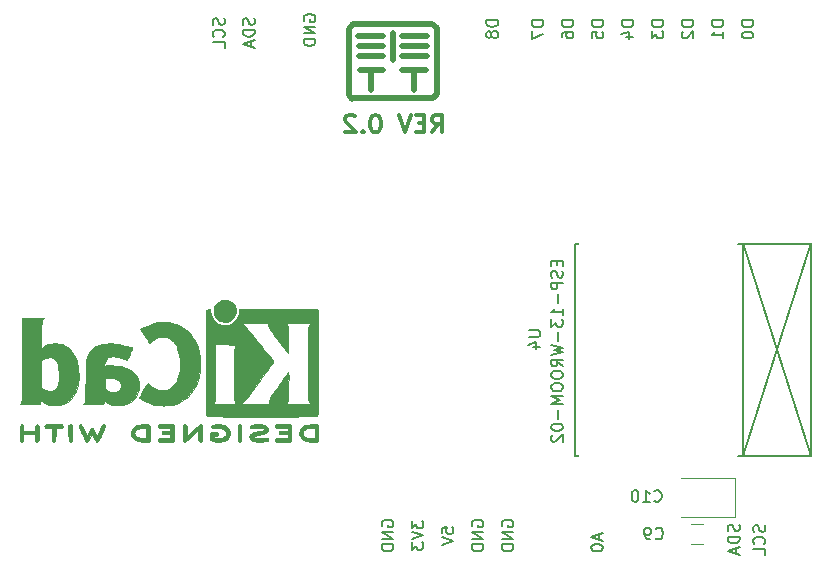
<source format=gbo>
G04 #@! TF.GenerationSoftware,KiCad,Pcbnew,(2017-11-08 revision cd21218)-HEAD*
G04 #@! TF.CreationDate,2018-02-07T13:52:32+02:00*
G04 #@! TF.ProjectId,esp8266_uno,657370383236365F756E6F2E6B696361,rev?*
G04 #@! TF.SameCoordinates,Original*
G04 #@! TF.FileFunction,Legend,Bot*
G04 #@! TF.FilePolarity,Positive*
%FSLAX46Y46*%
G04 Gerber Fmt 4.6, Leading zero omitted, Abs format (unit mm)*
G04 Created by KiCad (PCBNEW (2017-11-08 revision cd21218)-HEAD) date Wed Feb  7 13:52:32 2018*
%MOMM*%
%LPD*%
G01*
G04 APERTURE LIST*
%ADD10C,0.150000*%
%ADD11C,0.300000*%
%ADD12C,0.152400*%
%ADD13C,0.500000*%
%ADD14C,0.010000*%
%ADD15C,0.120000*%
%ADD16O,1.300000X2.400000*%
%ADD17R,1.300000X2.400000*%
%ADD18R,4.700000X4.700000*%
%ADD19R,3.900000X3.900000*%
%ADD20O,2.000000X2.000000*%
%ADD21R,2.000000X2.000000*%
%ADD22C,1.920000*%
%ADD23C,3.100000*%
%ADD24C,3.600000*%
%ADD25C,2.400000*%
%ADD26R,1.900000X1.650000*%
%ADD27R,2.350000X2.900000*%
G04 APERTURE END LIST*
D10*
X132535561Y-83824914D02*
X132583180Y-83967771D01*
X132583180Y-84205866D01*
X132535561Y-84301104D01*
X132487942Y-84348723D01*
X132392704Y-84396342D01*
X132297466Y-84396342D01*
X132202228Y-84348723D01*
X132154609Y-84301104D01*
X132106990Y-84205866D01*
X132059371Y-84015390D01*
X132011752Y-83920152D01*
X131964133Y-83872533D01*
X131868895Y-83824914D01*
X131773657Y-83824914D01*
X131678419Y-83872533D01*
X131630800Y-83920152D01*
X131583180Y-84015390D01*
X131583180Y-84253485D01*
X131630800Y-84396342D01*
X132583180Y-84824914D02*
X131583180Y-84824914D01*
X131583180Y-85063009D01*
X131630800Y-85205866D01*
X131726038Y-85301104D01*
X131821276Y-85348723D01*
X132011752Y-85396342D01*
X132154609Y-85396342D01*
X132345085Y-85348723D01*
X132440323Y-85301104D01*
X132535561Y-85205866D01*
X132583180Y-85063009D01*
X132583180Y-84824914D01*
X132297466Y-85777295D02*
X132297466Y-86253485D01*
X132583180Y-85682057D02*
X131583180Y-86015390D01*
X132583180Y-86348723D01*
X136787000Y-84074095D02*
X136739380Y-83978857D01*
X136739380Y-83836000D01*
X136787000Y-83693142D01*
X136882238Y-83597904D01*
X136977476Y-83550285D01*
X137167952Y-83502666D01*
X137310809Y-83502666D01*
X137501285Y-83550285D01*
X137596523Y-83597904D01*
X137691761Y-83693142D01*
X137739380Y-83836000D01*
X137739380Y-83931238D01*
X137691761Y-84074095D01*
X137644142Y-84121714D01*
X137310809Y-84121714D01*
X137310809Y-83931238D01*
X137739380Y-84550285D02*
X136739380Y-84550285D01*
X137739380Y-85121714D01*
X136739380Y-85121714D01*
X137739380Y-85597904D02*
X136739380Y-85597904D01*
X136739380Y-85836000D01*
X136787000Y-85978857D01*
X136882238Y-86074095D01*
X136977476Y-86121714D01*
X137167952Y-86169333D01*
X137310809Y-86169333D01*
X137501285Y-86121714D01*
X137596523Y-86074095D01*
X137691761Y-85978857D01*
X137739380Y-85836000D01*
X137739380Y-85597904D01*
X129995561Y-83848723D02*
X130043180Y-83991580D01*
X130043180Y-84229676D01*
X129995561Y-84324914D01*
X129947942Y-84372533D01*
X129852704Y-84420152D01*
X129757466Y-84420152D01*
X129662228Y-84372533D01*
X129614609Y-84324914D01*
X129566990Y-84229676D01*
X129519371Y-84039200D01*
X129471752Y-83943961D01*
X129424133Y-83896342D01*
X129328895Y-83848723D01*
X129233657Y-83848723D01*
X129138419Y-83896342D01*
X129090800Y-83943961D01*
X129043180Y-84039200D01*
X129043180Y-84277295D01*
X129090800Y-84420152D01*
X129947942Y-85420152D02*
X129995561Y-85372533D01*
X130043180Y-85229676D01*
X130043180Y-85134438D01*
X129995561Y-84991580D01*
X129900323Y-84896342D01*
X129805085Y-84848723D01*
X129614609Y-84801104D01*
X129471752Y-84801104D01*
X129281276Y-84848723D01*
X129186038Y-84896342D01*
X129090800Y-84991580D01*
X129043180Y-85134438D01*
X129043180Y-85229676D01*
X129090800Y-85372533D01*
X129138419Y-85420152D01*
X130043180Y-86324914D02*
X130043180Y-85848723D01*
X129043180Y-85848723D01*
X164663380Y-84021704D02*
X163663380Y-84021704D01*
X163663380Y-84259800D01*
X163711000Y-84402657D01*
X163806238Y-84497895D01*
X163901476Y-84545514D01*
X164091952Y-84593133D01*
X164234809Y-84593133D01*
X164425285Y-84545514D01*
X164520523Y-84497895D01*
X164615761Y-84402657D01*
X164663380Y-84259800D01*
X164663380Y-84021704D01*
X163996714Y-85450276D02*
X164663380Y-85450276D01*
X163615761Y-85212180D02*
X164330047Y-84974085D01*
X164330047Y-85593133D01*
X172283380Y-84021704D02*
X171283380Y-84021704D01*
X171283380Y-84259800D01*
X171331000Y-84402657D01*
X171426238Y-84497895D01*
X171521476Y-84545514D01*
X171711952Y-84593133D01*
X171854809Y-84593133D01*
X172045285Y-84545514D01*
X172140523Y-84497895D01*
X172235761Y-84402657D01*
X172283380Y-84259800D01*
X172283380Y-84021704D01*
X172283380Y-85545514D02*
X172283380Y-84974085D01*
X172283380Y-85259800D02*
X171283380Y-85259800D01*
X171426238Y-85164561D01*
X171521476Y-85069323D01*
X171569095Y-84974085D01*
X174823380Y-84021704D02*
X173823380Y-84021704D01*
X173823380Y-84259800D01*
X173871000Y-84402657D01*
X173966238Y-84497895D01*
X174061476Y-84545514D01*
X174251952Y-84593133D01*
X174394809Y-84593133D01*
X174585285Y-84545514D01*
X174680523Y-84497895D01*
X174775761Y-84402657D01*
X174823380Y-84259800D01*
X174823380Y-84021704D01*
X173823380Y-85212180D02*
X173823380Y-85307419D01*
X173871000Y-85402657D01*
X173918619Y-85450276D01*
X174013857Y-85497895D01*
X174204333Y-85545514D01*
X174442428Y-85545514D01*
X174632904Y-85497895D01*
X174728142Y-85450276D01*
X174775761Y-85402657D01*
X174823380Y-85307419D01*
X174823380Y-85212180D01*
X174775761Y-85116942D01*
X174728142Y-85069323D01*
X174632904Y-85021704D01*
X174442428Y-84974085D01*
X174204333Y-84974085D01*
X174013857Y-85021704D01*
X173918619Y-85069323D01*
X173871000Y-85116942D01*
X173823380Y-85212180D01*
X153207980Y-83996304D02*
X152207980Y-83996304D01*
X152207980Y-84234400D01*
X152255600Y-84377257D01*
X152350838Y-84472495D01*
X152446076Y-84520114D01*
X152636552Y-84567733D01*
X152779409Y-84567733D01*
X152969885Y-84520114D01*
X153065123Y-84472495D01*
X153160361Y-84377257D01*
X153207980Y-84234400D01*
X153207980Y-83996304D01*
X152636552Y-85139161D02*
X152588933Y-85043923D01*
X152541314Y-84996304D01*
X152446076Y-84948685D01*
X152398457Y-84948685D01*
X152303219Y-84996304D01*
X152255600Y-85043923D01*
X152207980Y-85139161D01*
X152207980Y-85329638D01*
X152255600Y-85424876D01*
X152303219Y-85472495D01*
X152398457Y-85520114D01*
X152446076Y-85520114D01*
X152541314Y-85472495D01*
X152588933Y-85424876D01*
X152636552Y-85329638D01*
X152636552Y-85139161D01*
X152684171Y-85043923D01*
X152731790Y-84996304D01*
X152827028Y-84948685D01*
X153017504Y-84948685D01*
X153112742Y-84996304D01*
X153160361Y-85043923D01*
X153207980Y-85139161D01*
X153207980Y-85329638D01*
X153160361Y-85424876D01*
X153112742Y-85472495D01*
X153017504Y-85520114D01*
X152827028Y-85520114D01*
X152731790Y-85472495D01*
X152684171Y-85424876D01*
X152636552Y-85329638D01*
X157043380Y-84021704D02*
X156043380Y-84021704D01*
X156043380Y-84259800D01*
X156091000Y-84402657D01*
X156186238Y-84497895D01*
X156281476Y-84545514D01*
X156471952Y-84593133D01*
X156614809Y-84593133D01*
X156805285Y-84545514D01*
X156900523Y-84497895D01*
X156995761Y-84402657D01*
X157043380Y-84259800D01*
X157043380Y-84021704D01*
X156043380Y-84926466D02*
X156043380Y-85593133D01*
X157043380Y-85164561D01*
X159583380Y-84021704D02*
X158583380Y-84021704D01*
X158583380Y-84259800D01*
X158631000Y-84402657D01*
X158726238Y-84497895D01*
X158821476Y-84545514D01*
X159011952Y-84593133D01*
X159154809Y-84593133D01*
X159345285Y-84545514D01*
X159440523Y-84497895D01*
X159535761Y-84402657D01*
X159583380Y-84259800D01*
X159583380Y-84021704D01*
X158583380Y-85450276D02*
X158583380Y-85259800D01*
X158631000Y-85164561D01*
X158678619Y-85116942D01*
X158821476Y-85021704D01*
X159011952Y-84974085D01*
X159392904Y-84974085D01*
X159488142Y-85021704D01*
X159535761Y-85069323D01*
X159583380Y-85164561D01*
X159583380Y-85355038D01*
X159535761Y-85450276D01*
X159488142Y-85497895D01*
X159392904Y-85545514D01*
X159154809Y-85545514D01*
X159059571Y-85497895D01*
X159011952Y-85450276D01*
X158964333Y-85355038D01*
X158964333Y-85164561D01*
X159011952Y-85069323D01*
X159059571Y-85021704D01*
X159154809Y-84974085D01*
X169743380Y-84021704D02*
X168743380Y-84021704D01*
X168743380Y-84259800D01*
X168791000Y-84402657D01*
X168886238Y-84497895D01*
X168981476Y-84545514D01*
X169171952Y-84593133D01*
X169314809Y-84593133D01*
X169505285Y-84545514D01*
X169600523Y-84497895D01*
X169695761Y-84402657D01*
X169743380Y-84259800D01*
X169743380Y-84021704D01*
X168838619Y-84974085D02*
X168791000Y-85021704D01*
X168743380Y-85116942D01*
X168743380Y-85355038D01*
X168791000Y-85450276D01*
X168838619Y-85497895D01*
X168933857Y-85545514D01*
X169029095Y-85545514D01*
X169171952Y-85497895D01*
X169743380Y-84926466D01*
X169743380Y-85545514D01*
X167203380Y-84021704D02*
X166203380Y-84021704D01*
X166203380Y-84259800D01*
X166251000Y-84402657D01*
X166346238Y-84497895D01*
X166441476Y-84545514D01*
X166631952Y-84593133D01*
X166774809Y-84593133D01*
X166965285Y-84545514D01*
X167060523Y-84497895D01*
X167155761Y-84402657D01*
X167203380Y-84259800D01*
X167203380Y-84021704D01*
X166203380Y-84926466D02*
X166203380Y-85545514D01*
X166584333Y-85212180D01*
X166584333Y-85355038D01*
X166631952Y-85450276D01*
X166679571Y-85497895D01*
X166774809Y-85545514D01*
X167012904Y-85545514D01*
X167108142Y-85497895D01*
X167155761Y-85450276D01*
X167203380Y-85355038D01*
X167203380Y-85069323D01*
X167155761Y-84974085D01*
X167108142Y-84926466D01*
X162123380Y-84021704D02*
X161123380Y-84021704D01*
X161123380Y-84259800D01*
X161171000Y-84402657D01*
X161266238Y-84497895D01*
X161361476Y-84545514D01*
X161551952Y-84593133D01*
X161694809Y-84593133D01*
X161885285Y-84545514D01*
X161980523Y-84497895D01*
X162075761Y-84402657D01*
X162123380Y-84259800D01*
X162123380Y-84021704D01*
X161123380Y-85497895D02*
X161123380Y-85021704D01*
X161599571Y-84974085D01*
X161551952Y-85021704D01*
X161504333Y-85116942D01*
X161504333Y-85355038D01*
X161551952Y-85450276D01*
X161599571Y-85497895D01*
X161694809Y-85545514D01*
X161932904Y-85545514D01*
X162028142Y-85497895D01*
X162075761Y-85450276D01*
X162123380Y-85355038D01*
X162123380Y-85116942D01*
X162075761Y-85021704D01*
X162028142Y-84974085D01*
X175766361Y-126774723D02*
X175813980Y-126917580D01*
X175813980Y-127155676D01*
X175766361Y-127250914D01*
X175718742Y-127298533D01*
X175623504Y-127346152D01*
X175528266Y-127346152D01*
X175433028Y-127298533D01*
X175385409Y-127250914D01*
X175337790Y-127155676D01*
X175290171Y-126965200D01*
X175242552Y-126869961D01*
X175194933Y-126822342D01*
X175099695Y-126774723D01*
X175004457Y-126774723D01*
X174909219Y-126822342D01*
X174861600Y-126869961D01*
X174813980Y-126965200D01*
X174813980Y-127203295D01*
X174861600Y-127346152D01*
X175718742Y-128346152D02*
X175766361Y-128298533D01*
X175813980Y-128155676D01*
X175813980Y-128060438D01*
X175766361Y-127917580D01*
X175671123Y-127822342D01*
X175575885Y-127774723D01*
X175385409Y-127727104D01*
X175242552Y-127727104D01*
X175052076Y-127774723D01*
X174956838Y-127822342D01*
X174861600Y-127917580D01*
X174813980Y-128060438D01*
X174813980Y-128155676D01*
X174861600Y-128298533D01*
X174909219Y-128346152D01*
X175813980Y-129250914D02*
X175813980Y-128774723D01*
X174813980Y-128774723D01*
X173607361Y-126725514D02*
X173654980Y-126868371D01*
X173654980Y-127106466D01*
X173607361Y-127201704D01*
X173559742Y-127249323D01*
X173464504Y-127296942D01*
X173369266Y-127296942D01*
X173274028Y-127249323D01*
X173226409Y-127201704D01*
X173178790Y-127106466D01*
X173131171Y-126915990D01*
X173083552Y-126820752D01*
X173035933Y-126773133D01*
X172940695Y-126725514D01*
X172845457Y-126725514D01*
X172750219Y-126773133D01*
X172702600Y-126820752D01*
X172654980Y-126915990D01*
X172654980Y-127154085D01*
X172702600Y-127296942D01*
X173654980Y-127725514D02*
X172654980Y-127725514D01*
X172654980Y-127963609D01*
X172702600Y-128106466D01*
X172797838Y-128201704D01*
X172893076Y-128249323D01*
X173083552Y-128296942D01*
X173226409Y-128296942D01*
X173416885Y-128249323D01*
X173512123Y-128201704D01*
X173607361Y-128106466D01*
X173654980Y-127963609D01*
X173654980Y-127725514D01*
X173369266Y-128677895D02*
X173369266Y-129154085D01*
X173654980Y-128582657D02*
X172654980Y-128915990D01*
X173654980Y-129249323D01*
X161786866Y-127530314D02*
X161786866Y-128006504D01*
X162072580Y-127435076D02*
X161072580Y-127768409D01*
X162072580Y-128101742D01*
X161072580Y-128625552D02*
X161072580Y-128720790D01*
X161120200Y-128816028D01*
X161167819Y-128863647D01*
X161263057Y-128911266D01*
X161453533Y-128958885D01*
X161691628Y-128958885D01*
X161882104Y-128911266D01*
X161977342Y-128863647D01*
X162024961Y-128816028D01*
X162072580Y-128720790D01*
X162072580Y-128625552D01*
X162024961Y-128530314D01*
X161977342Y-128482695D01*
X161882104Y-128435076D01*
X161691628Y-128387457D01*
X161453533Y-128387457D01*
X161263057Y-128435076D01*
X161167819Y-128482695D01*
X161120200Y-128530314D01*
X161072580Y-128625552D01*
X143391000Y-126873095D02*
X143343380Y-126777857D01*
X143343380Y-126635000D01*
X143391000Y-126492142D01*
X143486238Y-126396904D01*
X143581476Y-126349285D01*
X143771952Y-126301666D01*
X143914809Y-126301666D01*
X144105285Y-126349285D01*
X144200523Y-126396904D01*
X144295761Y-126492142D01*
X144343380Y-126635000D01*
X144343380Y-126730238D01*
X144295761Y-126873095D01*
X144248142Y-126920714D01*
X143914809Y-126920714D01*
X143914809Y-126730238D01*
X144343380Y-127349285D02*
X143343380Y-127349285D01*
X144343380Y-127920714D01*
X143343380Y-127920714D01*
X144343380Y-128396904D02*
X143343380Y-128396904D01*
X143343380Y-128635000D01*
X143391000Y-128777857D01*
X143486238Y-128873095D01*
X143581476Y-128920714D01*
X143771952Y-128968333D01*
X143914809Y-128968333D01*
X144105285Y-128920714D01*
X144200523Y-128873095D01*
X144295761Y-128777857D01*
X144343380Y-128635000D01*
X144343380Y-128396904D01*
X145883380Y-126396904D02*
X145883380Y-127015952D01*
X146264333Y-126682619D01*
X146264333Y-126825476D01*
X146311952Y-126920714D01*
X146359571Y-126968333D01*
X146454809Y-127015952D01*
X146692904Y-127015952D01*
X146788142Y-126968333D01*
X146835761Y-126920714D01*
X146883380Y-126825476D01*
X146883380Y-126539761D01*
X146835761Y-126444523D01*
X146788142Y-126396904D01*
X145883380Y-127301666D02*
X146883380Y-127635000D01*
X145883380Y-127968333D01*
X145883380Y-128206428D02*
X145883380Y-128825476D01*
X146264333Y-128492142D01*
X146264333Y-128635000D01*
X146311952Y-128730238D01*
X146359571Y-128777857D01*
X146454809Y-128825476D01*
X146692904Y-128825476D01*
X146788142Y-128777857D01*
X146835761Y-128730238D01*
X146883380Y-128635000D01*
X146883380Y-128349285D01*
X146835761Y-128254047D01*
X146788142Y-128206428D01*
X153551000Y-126873095D02*
X153503380Y-126777857D01*
X153503380Y-126635000D01*
X153551000Y-126492142D01*
X153646238Y-126396904D01*
X153741476Y-126349285D01*
X153931952Y-126301666D01*
X154074809Y-126301666D01*
X154265285Y-126349285D01*
X154360523Y-126396904D01*
X154455761Y-126492142D01*
X154503380Y-126635000D01*
X154503380Y-126730238D01*
X154455761Y-126873095D01*
X154408142Y-126920714D01*
X154074809Y-126920714D01*
X154074809Y-126730238D01*
X154503380Y-127349285D02*
X153503380Y-127349285D01*
X154503380Y-127920714D01*
X153503380Y-127920714D01*
X154503380Y-128396904D02*
X153503380Y-128396904D01*
X153503380Y-128635000D01*
X153551000Y-128777857D01*
X153646238Y-128873095D01*
X153741476Y-128920714D01*
X153931952Y-128968333D01*
X154074809Y-128968333D01*
X154265285Y-128920714D01*
X154360523Y-128873095D01*
X154455761Y-128777857D01*
X154503380Y-128635000D01*
X154503380Y-128396904D01*
X151011000Y-126873095D02*
X150963380Y-126777857D01*
X150963380Y-126635000D01*
X151011000Y-126492142D01*
X151106238Y-126396904D01*
X151201476Y-126349285D01*
X151391952Y-126301666D01*
X151534809Y-126301666D01*
X151725285Y-126349285D01*
X151820523Y-126396904D01*
X151915761Y-126492142D01*
X151963380Y-126635000D01*
X151963380Y-126730238D01*
X151915761Y-126873095D01*
X151868142Y-126920714D01*
X151534809Y-126920714D01*
X151534809Y-126730238D01*
X151963380Y-127349285D02*
X150963380Y-127349285D01*
X151963380Y-127920714D01*
X150963380Y-127920714D01*
X151963380Y-128396904D02*
X150963380Y-128396904D01*
X150963380Y-128635000D01*
X151011000Y-128777857D01*
X151106238Y-128873095D01*
X151201476Y-128920714D01*
X151391952Y-128968333D01*
X151534809Y-128968333D01*
X151725285Y-128920714D01*
X151820523Y-128873095D01*
X151915761Y-128777857D01*
X151963380Y-128635000D01*
X151963380Y-128396904D01*
X148423380Y-127444523D02*
X148423380Y-126968333D01*
X148899571Y-126920714D01*
X148851952Y-126968333D01*
X148804333Y-127063571D01*
X148804333Y-127301666D01*
X148851952Y-127396904D01*
X148899571Y-127444523D01*
X148994809Y-127492142D01*
X149232904Y-127492142D01*
X149328142Y-127444523D01*
X149375761Y-127396904D01*
X149423380Y-127301666D01*
X149423380Y-127063571D01*
X149375761Y-126968333D01*
X149328142Y-126920714D01*
X148423380Y-127777857D02*
X149423380Y-128111190D01*
X148423380Y-128444523D01*
D11*
X147613285Y-93515571D02*
X148113285Y-92801285D01*
X148470428Y-93515571D02*
X148470428Y-92015571D01*
X147899000Y-92015571D01*
X147756142Y-92087000D01*
X147684714Y-92158428D01*
X147613285Y-92301285D01*
X147613285Y-92515571D01*
X147684714Y-92658428D01*
X147756142Y-92729857D01*
X147899000Y-92801285D01*
X148470428Y-92801285D01*
X146970428Y-92729857D02*
X146470428Y-92729857D01*
X146256142Y-93515571D02*
X146970428Y-93515571D01*
X146970428Y-92015571D01*
X146256142Y-92015571D01*
X145827571Y-92015571D02*
X145327571Y-93515571D01*
X144827571Y-92015571D01*
X142899000Y-92015571D02*
X142756142Y-92015571D01*
X142613285Y-92087000D01*
X142541857Y-92158428D01*
X142470428Y-92301285D01*
X142399000Y-92587000D01*
X142399000Y-92944142D01*
X142470428Y-93229857D01*
X142541857Y-93372714D01*
X142613285Y-93444142D01*
X142756142Y-93515571D01*
X142899000Y-93515571D01*
X143041857Y-93444142D01*
X143113285Y-93372714D01*
X143184714Y-93229857D01*
X143256142Y-92944142D01*
X143256142Y-92587000D01*
X143184714Y-92301285D01*
X143113285Y-92158428D01*
X143041857Y-92087000D01*
X142899000Y-92015571D01*
X141756142Y-93372714D02*
X141684714Y-93444142D01*
X141756142Y-93515571D01*
X141827571Y-93444142D01*
X141756142Y-93372714D01*
X141756142Y-93515571D01*
X141113285Y-92158428D02*
X141041857Y-92087000D01*
X140899000Y-92015571D01*
X140541857Y-92015571D01*
X140399000Y-92087000D01*
X140327571Y-92158428D01*
X140256142Y-92301285D01*
X140256142Y-92444142D01*
X140327571Y-92658428D01*
X141184714Y-93515571D01*
X140256142Y-93515571D01*
D12*
X179705000Y-120904000D02*
X173520000Y-120904000D01*
X160120000Y-102920800D02*
X159740600Y-102920800D01*
X160120000Y-120904000D02*
X159740600Y-120904000D01*
X179705000Y-102920800D02*
X173520000Y-102920800D01*
X159702500Y-120904000D02*
X159702500Y-102920800D01*
X179705000Y-102933500D02*
X179705000Y-120904000D01*
X179720000Y-102904000D02*
X173920000Y-120904000D01*
X179720000Y-120904000D02*
X173920000Y-102904000D01*
X173920000Y-120904000D02*
X173920000Y-102904000D01*
D10*
X145059400Y-85318600D02*
X145059400Y-85318600D01*
D13*
X147172089Y-85318600D02*
X145059400Y-85318600D01*
X148072000Y-84709000D02*
X147640200Y-84353400D01*
X147572015Y-84353400D02*
X140971983Y-84353400D01*
X148072000Y-90238956D02*
X148072000Y-84734400D01*
X147716400Y-90638000D02*
X148072000Y-90282400D01*
X140872000Y-90638000D02*
X147672000Y-90638000D01*
X140572000Y-90338000D02*
X140876800Y-90642800D01*
X140572000Y-84738000D02*
X140572000Y-90341646D01*
X140953000Y-84353400D02*
X140572000Y-84734400D01*
X147172745Y-86182200D02*
X145084800Y-86182200D01*
X147172014Y-87045800D02*
X145110200Y-87045800D01*
X143459200Y-85318600D02*
X141371910Y-85318600D01*
X143484600Y-86182200D02*
X141471227Y-86182200D01*
X143474121Y-87045800D02*
X141469916Y-87045800D01*
X144272000Y-87350600D02*
X144272000Y-85082000D01*
X145071864Y-88214200D02*
X147140600Y-88214200D01*
X146072000Y-88214200D02*
X146072000Y-89938000D01*
X142472000Y-88214200D02*
X142472000Y-89938019D01*
X141471859Y-88214200D02*
X143472134Y-88214200D01*
D14*
G36*
X129915380Y-107691594D02*
X129721970Y-107740286D01*
X129548029Y-107826332D01*
X129397740Y-107946421D01*
X129275284Y-108097243D01*
X129184845Y-108275486D01*
X129132086Y-108468967D01*
X129120332Y-108664364D01*
X129150173Y-108852920D01*
X129217874Y-109029419D01*
X129319703Y-109188645D01*
X129451925Y-109325385D01*
X129610808Y-109434422D01*
X129792617Y-109510540D01*
X129895606Y-109535498D01*
X129984999Y-109550608D01*
X130053909Y-109556579D01*
X130120124Y-109552913D01*
X130201434Y-109539113D01*
X130267922Y-109525100D01*
X130455588Y-109461800D01*
X130623681Y-109359096D01*
X130768416Y-109220102D01*
X130886007Y-109047935D01*
X130914029Y-108993214D01*
X130947051Y-108920155D01*
X130967760Y-108858803D01*
X130978941Y-108794252D01*
X130983380Y-108711599D01*
X130983939Y-108619018D01*
X130975729Y-108449549D01*
X130948779Y-108310373D01*
X130898174Y-108188582D01*
X130819002Y-108071272D01*
X130741562Y-107982349D01*
X130597136Y-107850125D01*
X130446279Y-107758855D01*
X130280038Y-107704208D01*
X130124078Y-107683567D01*
X129915380Y-107691594D01*
X129915380Y-107691594D01*
G37*
X129915380Y-107691594D02*
X129721970Y-107740286D01*
X129548029Y-107826332D01*
X129397740Y-107946421D01*
X129275284Y-108097243D01*
X129184845Y-108275486D01*
X129132086Y-108468967D01*
X129120332Y-108664364D01*
X129150173Y-108852920D01*
X129217874Y-109029419D01*
X129319703Y-109188645D01*
X129451925Y-109325385D01*
X129610808Y-109434422D01*
X129792617Y-109510540D01*
X129895606Y-109535498D01*
X129984999Y-109550608D01*
X130053909Y-109556579D01*
X130120124Y-109552913D01*
X130201434Y-109539113D01*
X130267922Y-109525100D01*
X130455588Y-109461800D01*
X130623681Y-109359096D01*
X130768416Y-109220102D01*
X130886007Y-109047935D01*
X130914029Y-108993214D01*
X130947051Y-108920155D01*
X130967760Y-108858803D01*
X130978941Y-108794252D01*
X130983380Y-108711599D01*
X130983939Y-108619018D01*
X130975729Y-108449549D01*
X130948779Y-108310373D01*
X130898174Y-108188582D01*
X130819002Y-108071272D01*
X130741562Y-107982349D01*
X130597136Y-107850125D01*
X130446279Y-107758855D01*
X130280038Y-107704208D01*
X130124078Y-107683567D01*
X129915380Y-107691594D01*
G36*
X112920749Y-112604777D02*
X112920710Y-113075705D01*
X112920658Y-113503488D01*
X112920512Y-113890338D01*
X112920195Y-114238466D01*
X112919629Y-114550085D01*
X112918735Y-114827406D01*
X112917435Y-115072640D01*
X112915651Y-115288001D01*
X112913303Y-115475700D01*
X112910315Y-115637948D01*
X112906607Y-115776957D01*
X112902101Y-115894940D01*
X112896718Y-115994109D01*
X112890381Y-116076674D01*
X112883012Y-116144848D01*
X112874530Y-116200843D01*
X112864859Y-116246870D01*
X112853921Y-116285143D01*
X112841635Y-116317871D01*
X112827925Y-116347268D01*
X112812712Y-116375544D01*
X112795917Y-116404913D01*
X112785484Y-116423207D01*
X112716648Y-116545179D01*
X114440607Y-116545179D01*
X114440607Y-116352411D01*
X114442077Y-116265296D01*
X114445998Y-116198671D01*
X114451641Y-116162950D01*
X114454136Y-116159643D01*
X114477082Y-116173472D01*
X114522714Y-116209317D01*
X114568316Y-116248239D01*
X114677973Y-116330072D01*
X114817550Y-116412445D01*
X114972341Y-116487791D01*
X115127640Y-116548543D01*
X115189620Y-116567926D01*
X115327227Y-116597188D01*
X115493669Y-116617199D01*
X115673254Y-116627331D01*
X115850287Y-116626956D01*
X116009075Y-116615445D01*
X116084803Y-116603777D01*
X116362230Y-116527314D01*
X116617969Y-116411351D01*
X116850645Y-116256942D01*
X117058881Y-116065144D01*
X117241299Y-115837012D01*
X117375499Y-115614426D01*
X117485724Y-115379872D01*
X117570100Y-115140108D01*
X117630361Y-114886996D01*
X117668241Y-114612398D01*
X117685474Y-114308174D01*
X117686934Y-114152589D01*
X117682726Y-114038527D01*
X116017091Y-114038527D01*
X116016673Y-114225495D01*
X116010821Y-114401658D01*
X115999446Y-114556506D01*
X115982460Y-114679527D01*
X115977270Y-114704319D01*
X115913384Y-114919843D01*
X115829694Y-115094670D01*
X115725502Y-115229237D01*
X115600109Y-115323983D01*
X115452815Y-115379350D01*
X115282923Y-115395774D01*
X115089733Y-115373695D01*
X114962214Y-115342111D01*
X114863489Y-115305569D01*
X114754748Y-115253642D01*
X114673062Y-115206026D01*
X114531321Y-115112877D01*
X114531321Y-112802225D01*
X114666738Y-112714701D01*
X114824490Y-112632490D01*
X114993613Y-112578951D01*
X115164621Y-112554996D01*
X115328029Y-112561539D01*
X115474353Y-112599493D01*
X115538546Y-112630770D01*
X115654912Y-112717148D01*
X115753264Y-112831199D01*
X115835940Y-112977092D01*
X115905279Y-113158992D01*
X115963620Y-113381069D01*
X115966194Y-113392857D01*
X115986626Y-113517921D01*
X116001979Y-113674229D01*
X116012163Y-113851268D01*
X116017091Y-114038527D01*
X117682726Y-114038527D01*
X117671161Y-113725058D01*
X117627076Y-113331637D01*
X117554786Y-112972587D01*
X117454394Y-112648170D01*
X117326005Y-112358646D01*
X117169722Y-112104276D01*
X116985650Y-111885321D01*
X116773893Y-111702042D01*
X116683161Y-111639864D01*
X116480362Y-111527068D01*
X116272859Y-111447492D01*
X116051700Y-111398957D01*
X115807934Y-111379280D01*
X115622097Y-111381380D01*
X115361631Y-111403410D01*
X115135438Y-111447236D01*
X114936973Y-111514872D01*
X114759694Y-111608331D01*
X114661527Y-111677060D01*
X114602532Y-111721085D01*
X114558957Y-111751160D01*
X114542464Y-111760000D01*
X114539220Y-111738245D01*
X114536627Y-111676665D01*
X114534660Y-111580788D01*
X114533295Y-111456141D01*
X114532505Y-111308250D01*
X114532265Y-111142644D01*
X114532550Y-110964849D01*
X114533335Y-110780393D01*
X114534594Y-110594803D01*
X114536302Y-110413606D01*
X114538433Y-110242330D01*
X114540963Y-110086501D01*
X114543865Y-109951648D01*
X114547114Y-109843297D01*
X114550685Y-109766975D01*
X114551673Y-109752946D01*
X114566895Y-109611486D01*
X114590121Y-109500696D01*
X114625757Y-109406032D01*
X114678209Y-109312952D01*
X114690799Y-109293705D01*
X114739882Y-109220000D01*
X112921143Y-109220000D01*
X112920749Y-112604777D01*
X112920749Y-112604777D01*
G37*
X112920749Y-112604777D02*
X112920710Y-113075705D01*
X112920658Y-113503488D01*
X112920512Y-113890338D01*
X112920195Y-114238466D01*
X112919629Y-114550085D01*
X112918735Y-114827406D01*
X112917435Y-115072640D01*
X112915651Y-115288001D01*
X112913303Y-115475700D01*
X112910315Y-115637948D01*
X112906607Y-115776957D01*
X112902101Y-115894940D01*
X112896718Y-115994109D01*
X112890381Y-116076674D01*
X112883012Y-116144848D01*
X112874530Y-116200843D01*
X112864859Y-116246870D01*
X112853921Y-116285143D01*
X112841635Y-116317871D01*
X112827925Y-116347268D01*
X112812712Y-116375544D01*
X112795917Y-116404913D01*
X112785484Y-116423207D01*
X112716648Y-116545179D01*
X114440607Y-116545179D01*
X114440607Y-116352411D01*
X114442077Y-116265296D01*
X114445998Y-116198671D01*
X114451641Y-116162950D01*
X114454136Y-116159643D01*
X114477082Y-116173472D01*
X114522714Y-116209317D01*
X114568316Y-116248239D01*
X114677973Y-116330072D01*
X114817550Y-116412445D01*
X114972341Y-116487791D01*
X115127640Y-116548543D01*
X115189620Y-116567926D01*
X115327227Y-116597188D01*
X115493669Y-116617199D01*
X115673254Y-116627331D01*
X115850287Y-116626956D01*
X116009075Y-116615445D01*
X116084803Y-116603777D01*
X116362230Y-116527314D01*
X116617969Y-116411351D01*
X116850645Y-116256942D01*
X117058881Y-116065144D01*
X117241299Y-115837012D01*
X117375499Y-115614426D01*
X117485724Y-115379872D01*
X117570100Y-115140108D01*
X117630361Y-114886996D01*
X117668241Y-114612398D01*
X117685474Y-114308174D01*
X117686934Y-114152589D01*
X117682726Y-114038527D01*
X116017091Y-114038527D01*
X116016673Y-114225495D01*
X116010821Y-114401658D01*
X115999446Y-114556506D01*
X115982460Y-114679527D01*
X115977270Y-114704319D01*
X115913384Y-114919843D01*
X115829694Y-115094670D01*
X115725502Y-115229237D01*
X115600109Y-115323983D01*
X115452815Y-115379350D01*
X115282923Y-115395774D01*
X115089733Y-115373695D01*
X114962214Y-115342111D01*
X114863489Y-115305569D01*
X114754748Y-115253642D01*
X114673062Y-115206026D01*
X114531321Y-115112877D01*
X114531321Y-112802225D01*
X114666738Y-112714701D01*
X114824490Y-112632490D01*
X114993613Y-112578951D01*
X115164621Y-112554996D01*
X115328029Y-112561539D01*
X115474353Y-112599493D01*
X115538546Y-112630770D01*
X115654912Y-112717148D01*
X115753264Y-112831199D01*
X115835940Y-112977092D01*
X115905279Y-113158992D01*
X115963620Y-113381069D01*
X115966194Y-113392857D01*
X115986626Y-113517921D01*
X116001979Y-113674229D01*
X116012163Y-113851268D01*
X116017091Y-114038527D01*
X117682726Y-114038527D01*
X117671161Y-113725058D01*
X117627076Y-113331637D01*
X117554786Y-112972587D01*
X117454394Y-112648170D01*
X117326005Y-112358646D01*
X117169722Y-112104276D01*
X116985650Y-111885321D01*
X116773893Y-111702042D01*
X116683161Y-111639864D01*
X116480362Y-111527068D01*
X116272859Y-111447492D01*
X116051700Y-111398957D01*
X115807934Y-111379280D01*
X115622097Y-111381380D01*
X115361631Y-111403410D01*
X115135438Y-111447236D01*
X114936973Y-111514872D01*
X114759694Y-111608331D01*
X114661527Y-111677060D01*
X114602532Y-111721085D01*
X114558957Y-111751160D01*
X114542464Y-111760000D01*
X114539220Y-111738245D01*
X114536627Y-111676665D01*
X114534660Y-111580788D01*
X114533295Y-111456141D01*
X114532505Y-111308250D01*
X114532265Y-111142644D01*
X114532550Y-110964849D01*
X114533335Y-110780393D01*
X114534594Y-110594803D01*
X114536302Y-110413606D01*
X114538433Y-110242330D01*
X114540963Y-110086501D01*
X114543865Y-109951648D01*
X114547114Y-109843297D01*
X114550685Y-109766975D01*
X114551673Y-109752946D01*
X114566895Y-109611486D01*
X114590121Y-109500696D01*
X114625757Y-109406032D01*
X114678209Y-109312952D01*
X114690799Y-109293705D01*
X114739882Y-109220000D01*
X112921143Y-109220000D01*
X112920749Y-112604777D01*
G36*
X119977981Y-111387984D02*
X119672788Y-111428192D01*
X119401052Y-111495762D01*
X119161019Y-111591233D01*
X118950934Y-111715143D01*
X118795022Y-111842831D01*
X118656726Y-111991761D01*
X118548764Y-112152017D01*
X118462573Y-112337281D01*
X118431486Y-112423805D01*
X118405653Y-112502115D01*
X118383149Y-112574732D01*
X118363714Y-112645336D01*
X118347088Y-112717610D01*
X118333011Y-112795234D01*
X118321221Y-112881890D01*
X118311460Y-112981259D01*
X118303465Y-113097022D01*
X118296978Y-113232861D01*
X118291736Y-113392457D01*
X118287481Y-113579491D01*
X118283952Y-113797644D01*
X118280888Y-114050598D01*
X118278028Y-114342033D01*
X118275513Y-114628839D01*
X118272848Y-114942615D01*
X118270426Y-115214364D01*
X118267996Y-115447413D01*
X118265305Y-115645090D01*
X118262101Y-115810722D01*
X118258134Y-115947636D01*
X118253149Y-116059160D01*
X118246897Y-116148622D01*
X118239124Y-116219348D01*
X118229580Y-116274666D01*
X118218011Y-116317903D01*
X118204166Y-116352388D01*
X118187793Y-116381446D01*
X118168641Y-116408406D01*
X118146457Y-116436594D01*
X118137817Y-116447509D01*
X118106037Y-116493390D01*
X118091902Y-116524635D01*
X118091857Y-116525558D01*
X118113708Y-116529975D01*
X118175956Y-116534045D01*
X118273639Y-116537652D01*
X118401796Y-116540683D01*
X118555468Y-116543023D01*
X118729693Y-116544558D01*
X118919510Y-116545172D01*
X118941420Y-116545179D01*
X119790984Y-116545179D01*
X119797536Y-116352188D01*
X119804089Y-116159197D01*
X119928821Y-116261627D01*
X120124350Y-116397257D01*
X120345134Y-116507129D01*
X120518835Y-116567857D01*
X120657593Y-116597365D01*
X120825042Y-116617440D01*
X121005376Y-116627458D01*
X121182793Y-116626790D01*
X121341487Y-116614812D01*
X121414268Y-116603334D01*
X121695555Y-116527272D01*
X121949535Y-116417096D01*
X122174371Y-116274446D01*
X122368226Y-116100962D01*
X122529266Y-115898284D01*
X122655654Y-115668054D01*
X122744801Y-115414745D01*
X122769580Y-115301073D01*
X122784867Y-115176119D01*
X122792157Y-115025774D01*
X122793151Y-114957679D01*
X122793020Y-114951280D01*
X121266359Y-114951280D01*
X121247688Y-115102053D01*
X121191063Y-115230277D01*
X121093693Y-115342050D01*
X121083534Y-115350914D01*
X120986514Y-115420879D01*
X120882635Y-115466244D01*
X120760629Y-115490192D01*
X120609230Y-115495904D01*
X120572853Y-115495090D01*
X120464736Y-115489761D01*
X120384319Y-115478880D01*
X120313973Y-115458462D01*
X120236069Y-115424520D01*
X120214690Y-115414117D01*
X120092846Y-115342141D01*
X119998791Y-115256496D01*
X119973203Y-115225884D01*
X119883464Y-115112356D01*
X119883464Y-114718855D01*
X119884540Y-114560860D01*
X119887935Y-114444441D01*
X119893898Y-114365865D01*
X119902679Y-114321399D01*
X119910885Y-114308408D01*
X119942878Y-114302052D01*
X120010746Y-114296784D01*
X120105013Y-114293101D01*
X120216200Y-114291499D01*
X120234055Y-114291469D01*
X120476684Y-114302023D01*
X120682941Y-114334502D01*
X120856821Y-114390145D01*
X121002319Y-114470195D01*
X121112669Y-114564514D01*
X121202161Y-114680804D01*
X121251830Y-114807463D01*
X121266359Y-114951280D01*
X122793020Y-114951280D01*
X122789267Y-114769331D01*
X122772504Y-114610828D01*
X122739867Y-114467747D01*
X122688365Y-114325665D01*
X122640158Y-114220454D01*
X122522397Y-114029009D01*
X122365506Y-113852171D01*
X122174259Y-113693160D01*
X121953431Y-113555192D01*
X121707795Y-113441488D01*
X121442126Y-113355265D01*
X121312214Y-113325253D01*
X121038635Y-113280846D01*
X120740418Y-113251549D01*
X120436154Y-113238731D01*
X120181907Y-113242010D01*
X119856688Y-113255629D01*
X119871594Y-113137145D01*
X119910352Y-112937953D01*
X119972897Y-112775792D01*
X120060959Y-112649418D01*
X120176268Y-112557590D01*
X120320554Y-112499063D01*
X120495547Y-112472594D01*
X120702978Y-112476941D01*
X120779268Y-112484979D01*
X121062909Y-112535539D01*
X121337757Y-112617974D01*
X121527660Y-112694316D01*
X121618383Y-112733238D01*
X121695591Y-112764518D01*
X121748529Y-112783893D01*
X121763974Y-112788007D01*
X121783550Y-112769769D01*
X121817136Y-112711571D01*
X121865050Y-112612757D01*
X121927607Y-112472669D01*
X122005123Y-112290649D01*
X122018377Y-112258929D01*
X122078758Y-112113649D01*
X122132958Y-111982371D01*
X122178636Y-111870837D01*
X122213452Y-111784787D01*
X122235064Y-111729961D01*
X122241305Y-111712204D01*
X122221218Y-111702652D01*
X122168430Y-111692051D01*
X122111634Y-111684659D01*
X122051050Y-111675103D01*
X121955049Y-111656128D01*
X121832144Y-111629594D01*
X121690850Y-111597361D01*
X121539680Y-111561289D01*
X121482303Y-111547182D01*
X121271243Y-111495777D01*
X121095133Y-111455473D01*
X120945291Y-111424982D01*
X120813033Y-111403016D01*
X120689676Y-111388289D01*
X120566540Y-111379511D01*
X120434939Y-111375397D01*
X120318386Y-111374598D01*
X119977981Y-111387984D01*
X119977981Y-111387984D01*
G37*
X119977981Y-111387984D02*
X119672788Y-111428192D01*
X119401052Y-111495762D01*
X119161019Y-111591233D01*
X118950934Y-111715143D01*
X118795022Y-111842831D01*
X118656726Y-111991761D01*
X118548764Y-112152017D01*
X118462573Y-112337281D01*
X118431486Y-112423805D01*
X118405653Y-112502115D01*
X118383149Y-112574732D01*
X118363714Y-112645336D01*
X118347088Y-112717610D01*
X118333011Y-112795234D01*
X118321221Y-112881890D01*
X118311460Y-112981259D01*
X118303465Y-113097022D01*
X118296978Y-113232861D01*
X118291736Y-113392457D01*
X118287481Y-113579491D01*
X118283952Y-113797644D01*
X118280888Y-114050598D01*
X118278028Y-114342033D01*
X118275513Y-114628839D01*
X118272848Y-114942615D01*
X118270426Y-115214364D01*
X118267996Y-115447413D01*
X118265305Y-115645090D01*
X118262101Y-115810722D01*
X118258134Y-115947636D01*
X118253149Y-116059160D01*
X118246897Y-116148622D01*
X118239124Y-116219348D01*
X118229580Y-116274666D01*
X118218011Y-116317903D01*
X118204166Y-116352388D01*
X118187793Y-116381446D01*
X118168641Y-116408406D01*
X118146457Y-116436594D01*
X118137817Y-116447509D01*
X118106037Y-116493390D01*
X118091902Y-116524635D01*
X118091857Y-116525558D01*
X118113708Y-116529975D01*
X118175956Y-116534045D01*
X118273639Y-116537652D01*
X118401796Y-116540683D01*
X118555468Y-116543023D01*
X118729693Y-116544558D01*
X118919510Y-116545172D01*
X118941420Y-116545179D01*
X119790984Y-116545179D01*
X119797536Y-116352188D01*
X119804089Y-116159197D01*
X119928821Y-116261627D01*
X120124350Y-116397257D01*
X120345134Y-116507129D01*
X120518835Y-116567857D01*
X120657593Y-116597365D01*
X120825042Y-116617440D01*
X121005376Y-116627458D01*
X121182793Y-116626790D01*
X121341487Y-116614812D01*
X121414268Y-116603334D01*
X121695555Y-116527272D01*
X121949535Y-116417096D01*
X122174371Y-116274446D01*
X122368226Y-116100962D01*
X122529266Y-115898284D01*
X122655654Y-115668054D01*
X122744801Y-115414745D01*
X122769580Y-115301073D01*
X122784867Y-115176119D01*
X122792157Y-115025774D01*
X122793151Y-114957679D01*
X122793020Y-114951280D01*
X121266359Y-114951280D01*
X121247688Y-115102053D01*
X121191063Y-115230277D01*
X121093693Y-115342050D01*
X121083534Y-115350914D01*
X120986514Y-115420879D01*
X120882635Y-115466244D01*
X120760629Y-115490192D01*
X120609230Y-115495904D01*
X120572853Y-115495090D01*
X120464736Y-115489761D01*
X120384319Y-115478880D01*
X120313973Y-115458462D01*
X120236069Y-115424520D01*
X120214690Y-115414117D01*
X120092846Y-115342141D01*
X119998791Y-115256496D01*
X119973203Y-115225884D01*
X119883464Y-115112356D01*
X119883464Y-114718855D01*
X119884540Y-114560860D01*
X119887935Y-114444441D01*
X119893898Y-114365865D01*
X119902679Y-114321399D01*
X119910885Y-114308408D01*
X119942878Y-114302052D01*
X120010746Y-114296784D01*
X120105013Y-114293101D01*
X120216200Y-114291499D01*
X120234055Y-114291469D01*
X120476684Y-114302023D01*
X120682941Y-114334502D01*
X120856821Y-114390145D01*
X121002319Y-114470195D01*
X121112669Y-114564514D01*
X121202161Y-114680804D01*
X121251830Y-114807463D01*
X121266359Y-114951280D01*
X122793020Y-114951280D01*
X122789267Y-114769331D01*
X122772504Y-114610828D01*
X122739867Y-114467747D01*
X122688365Y-114325665D01*
X122640158Y-114220454D01*
X122522397Y-114029009D01*
X122365506Y-113852171D01*
X122174259Y-113693160D01*
X121953431Y-113555192D01*
X121707795Y-113441488D01*
X121442126Y-113355265D01*
X121312214Y-113325253D01*
X121038635Y-113280846D01*
X120740418Y-113251549D01*
X120436154Y-113238731D01*
X120181907Y-113242010D01*
X119856688Y-113255629D01*
X119871594Y-113137145D01*
X119910352Y-112937953D01*
X119972897Y-112775792D01*
X120060959Y-112649418D01*
X120176268Y-112557590D01*
X120320554Y-112499063D01*
X120495547Y-112472594D01*
X120702978Y-112476941D01*
X120779268Y-112484979D01*
X121062909Y-112535539D01*
X121337757Y-112617974D01*
X121527660Y-112694316D01*
X121618383Y-112733238D01*
X121695591Y-112764518D01*
X121748529Y-112783893D01*
X121763974Y-112788007D01*
X121783550Y-112769769D01*
X121817136Y-112711571D01*
X121865050Y-112612757D01*
X121927607Y-112472669D01*
X122005123Y-112290649D01*
X122018377Y-112258929D01*
X122078758Y-112113649D01*
X122132958Y-111982371D01*
X122178636Y-111870837D01*
X122213452Y-111784787D01*
X122235064Y-111729961D01*
X122241305Y-111712204D01*
X122221218Y-111702652D01*
X122168430Y-111692051D01*
X122111634Y-111684659D01*
X122051050Y-111675103D01*
X121955049Y-111656128D01*
X121832144Y-111629594D01*
X121690850Y-111597361D01*
X121539680Y-111561289D01*
X121482303Y-111547182D01*
X121271243Y-111495777D01*
X121095133Y-111455473D01*
X120945291Y-111424982D01*
X120813033Y-111403016D01*
X120689676Y-111388289D01*
X120566540Y-111379511D01*
X120434939Y-111375397D01*
X120318386Y-111374598D01*
X119977981Y-111387984D01*
G36*
X124689209Y-109544830D02*
X124367497Y-109587366D01*
X124038153Y-109668005D01*
X123697031Y-109787544D01*
X123339985Y-109946783D01*
X123317349Y-109957922D01*
X123201444Y-110014223D01*
X123097889Y-110062593D01*
X123014240Y-110099652D01*
X122958049Y-110122025D01*
X122938821Y-110127143D01*
X122900216Y-110137203D01*
X122890952Y-110145652D01*
X122901204Y-110166611D01*
X122933427Y-110219422D01*
X122983912Y-110298551D01*
X123048949Y-110398463D01*
X123124828Y-110513625D01*
X123207839Y-110638501D01*
X123294271Y-110767558D01*
X123380417Y-110895261D01*
X123462564Y-111016076D01*
X123537004Y-111124469D01*
X123600026Y-111214905D01*
X123647921Y-111281851D01*
X123676979Y-111319771D01*
X123680967Y-111324169D01*
X123701294Y-111314831D01*
X123746175Y-111280324D01*
X123807589Y-111227045D01*
X123839217Y-111197963D01*
X124033057Y-111046728D01*
X124247431Y-110935351D01*
X124479471Y-110864836D01*
X124726308Y-110836188D01*
X124865728Y-110838540D01*
X125109087Y-110873015D01*
X125328498Y-110945100D01*
X125524615Y-111055320D01*
X125698095Y-111204203D01*
X125849593Y-111392275D01*
X125979766Y-111620064D01*
X126054935Y-111794018D01*
X126143032Y-112066629D01*
X126207961Y-112362913D01*
X126249890Y-112675229D01*
X126268987Y-112995938D01*
X126265418Y-113317400D01*
X126239351Y-113631975D01*
X126190953Y-113932022D01*
X126120391Y-114209901D01*
X126027833Y-114457973D01*
X125995124Y-114526786D01*
X125858022Y-114755977D01*
X125696384Y-114949824D01*
X125512585Y-115106748D01*
X125308999Y-115225168D01*
X125087999Y-115303506D01*
X124851960Y-115340181D01*
X124768654Y-115342879D01*
X124524452Y-115320940D01*
X124282502Y-115255014D01*
X124045875Y-115146463D01*
X123817638Y-114996648D01*
X123634007Y-114839296D01*
X123540531Y-114749837D01*
X123176377Y-115347017D01*
X123085779Y-115496004D01*
X123002935Y-115633039D01*
X122930782Y-115753199D01*
X122872259Y-115851558D01*
X122830305Y-115923194D01*
X122807858Y-115963182D01*
X122804941Y-115969399D01*
X122821473Y-115988764D01*
X122872859Y-116023479D01*
X122952602Y-116070256D01*
X123054206Y-116125805D01*
X123171172Y-116186839D01*
X123297004Y-116250070D01*
X123425206Y-116312209D01*
X123549280Y-116369968D01*
X123662729Y-116420060D01*
X123759056Y-116459196D01*
X123806170Y-116476130D01*
X124074895Y-116552097D01*
X124351914Y-116602326D01*
X124648643Y-116628450D01*
X124903352Y-116633127D01*
X125039870Y-116630928D01*
X125171658Y-116626714D01*
X125287031Y-116621005D01*
X125374305Y-116614320D01*
X125402641Y-116610938D01*
X125681912Y-116553010D01*
X125966229Y-116462368D01*
X126242421Y-116344408D01*
X126497314Y-116204527D01*
X126653018Y-116098697D01*
X126908970Y-115881328D01*
X127146632Y-115627063D01*
X127361601Y-115342187D01*
X127549475Y-115032982D01*
X127705853Y-114705731D01*
X127793954Y-114470089D01*
X127894898Y-114101195D01*
X127962194Y-113710364D01*
X127995865Y-113306055D01*
X127995931Y-112896722D01*
X127962412Y-112490823D01*
X127895331Y-112096814D01*
X127794708Y-111723152D01*
X127787041Y-111699872D01*
X127660713Y-111374318D01*
X127506533Y-111077163D01*
X127319272Y-110799996D01*
X127093699Y-110534408D01*
X127005577Y-110443479D01*
X126732077Y-110194489D01*
X126450915Y-109988489D01*
X126157773Y-109823237D01*
X125848335Y-109696490D01*
X125518287Y-109606005D01*
X125326321Y-109570869D01*
X125007435Y-109539597D01*
X124689209Y-109544830D01*
X124689209Y-109544830D01*
G37*
X124689209Y-109544830D02*
X124367497Y-109587366D01*
X124038153Y-109668005D01*
X123697031Y-109787544D01*
X123339985Y-109946783D01*
X123317349Y-109957922D01*
X123201444Y-110014223D01*
X123097889Y-110062593D01*
X123014240Y-110099652D01*
X122958049Y-110122025D01*
X122938821Y-110127143D01*
X122900216Y-110137203D01*
X122890952Y-110145652D01*
X122901204Y-110166611D01*
X122933427Y-110219422D01*
X122983912Y-110298551D01*
X123048949Y-110398463D01*
X123124828Y-110513625D01*
X123207839Y-110638501D01*
X123294271Y-110767558D01*
X123380417Y-110895261D01*
X123462564Y-111016076D01*
X123537004Y-111124469D01*
X123600026Y-111214905D01*
X123647921Y-111281851D01*
X123676979Y-111319771D01*
X123680967Y-111324169D01*
X123701294Y-111314831D01*
X123746175Y-111280324D01*
X123807589Y-111227045D01*
X123839217Y-111197963D01*
X124033057Y-111046728D01*
X124247431Y-110935351D01*
X124479471Y-110864836D01*
X124726308Y-110836188D01*
X124865728Y-110838540D01*
X125109087Y-110873015D01*
X125328498Y-110945100D01*
X125524615Y-111055320D01*
X125698095Y-111204203D01*
X125849593Y-111392275D01*
X125979766Y-111620064D01*
X126054935Y-111794018D01*
X126143032Y-112066629D01*
X126207961Y-112362913D01*
X126249890Y-112675229D01*
X126268987Y-112995938D01*
X126265418Y-113317400D01*
X126239351Y-113631975D01*
X126190953Y-113932022D01*
X126120391Y-114209901D01*
X126027833Y-114457973D01*
X125995124Y-114526786D01*
X125858022Y-114755977D01*
X125696384Y-114949824D01*
X125512585Y-115106748D01*
X125308999Y-115225168D01*
X125087999Y-115303506D01*
X124851960Y-115340181D01*
X124768654Y-115342879D01*
X124524452Y-115320940D01*
X124282502Y-115255014D01*
X124045875Y-115146463D01*
X123817638Y-114996648D01*
X123634007Y-114839296D01*
X123540531Y-114749837D01*
X123176377Y-115347017D01*
X123085779Y-115496004D01*
X123002935Y-115633039D01*
X122930782Y-115753199D01*
X122872259Y-115851558D01*
X122830305Y-115923194D01*
X122807858Y-115963182D01*
X122804941Y-115969399D01*
X122821473Y-115988764D01*
X122872859Y-116023479D01*
X122952602Y-116070256D01*
X123054206Y-116125805D01*
X123171172Y-116186839D01*
X123297004Y-116250070D01*
X123425206Y-116312209D01*
X123549280Y-116369968D01*
X123662729Y-116420060D01*
X123759056Y-116459196D01*
X123806170Y-116476130D01*
X124074895Y-116552097D01*
X124351914Y-116602326D01*
X124648643Y-116628450D01*
X124903352Y-116633127D01*
X125039870Y-116630928D01*
X125171658Y-116626714D01*
X125287031Y-116621005D01*
X125374305Y-116614320D01*
X125402641Y-116610938D01*
X125681912Y-116553010D01*
X125966229Y-116462368D01*
X126242421Y-116344408D01*
X126497314Y-116204527D01*
X126653018Y-116098697D01*
X126908970Y-115881328D01*
X127146632Y-115627063D01*
X127361601Y-115342187D01*
X127549475Y-115032982D01*
X127705853Y-114705731D01*
X127793954Y-114470089D01*
X127894898Y-114101195D01*
X127962194Y-113710364D01*
X127995865Y-113306055D01*
X127995931Y-112896722D01*
X127962412Y-112490823D01*
X127895331Y-112096814D01*
X127794708Y-111723152D01*
X127787041Y-111699872D01*
X127660713Y-111374318D01*
X127506533Y-111077163D01*
X127319272Y-110799996D01*
X127093699Y-110534408D01*
X127005577Y-110443479D01*
X126732077Y-110194489D01*
X126450915Y-109988489D01*
X126157773Y-109823237D01*
X125848335Y-109696490D01*
X125518287Y-109606005D01*
X125326321Y-109570869D01*
X125007435Y-109539597D01*
X124689209Y-109544830D01*
G36*
X131268107Y-108620689D02*
X131246280Y-108849585D01*
X131182763Y-109065791D01*
X131080503Y-109264673D01*
X130942446Y-109441597D01*
X130771538Y-109591929D01*
X130576698Y-109708181D01*
X130363212Y-109787777D01*
X130148229Y-109825080D01*
X129935986Y-109822791D01*
X129730724Y-109783609D01*
X129536680Y-109710234D01*
X129358093Y-109605368D01*
X129199204Y-109471708D01*
X129064250Y-109311957D01*
X128957471Y-109128814D01*
X128883105Y-108924978D01*
X128845392Y-108703151D01*
X128841500Y-108602914D01*
X128841500Y-108426250D01*
X128737178Y-108426250D01*
X128664239Y-108431965D01*
X128610204Y-108455669D01*
X128555750Y-108503357D01*
X128478643Y-108580464D01*
X128478643Y-112983173D01*
X128478661Y-113509789D01*
X128478726Y-113992939D01*
X128478854Y-114434515D01*
X128479062Y-114836409D01*
X128479366Y-115200512D01*
X128479783Y-115528715D01*
X128480328Y-115822911D01*
X128481019Y-116084990D01*
X128481872Y-116316845D01*
X128482902Y-116520366D01*
X128484127Y-116697446D01*
X128485563Y-116849976D01*
X128487226Y-116979847D01*
X128489133Y-117088951D01*
X128491299Y-117179179D01*
X128493742Y-117252424D01*
X128496478Y-117310576D01*
X128499523Y-117355528D01*
X128502893Y-117389170D01*
X128506606Y-117413395D01*
X128510676Y-117430093D01*
X128515122Y-117441157D01*
X128517296Y-117444874D01*
X128525659Y-117458960D01*
X128532760Y-117471911D01*
X128540453Y-117483772D01*
X128550593Y-117494593D01*
X128565034Y-117504420D01*
X128585631Y-117513300D01*
X128614239Y-117521282D01*
X128652711Y-117528412D01*
X128702903Y-117534738D01*
X128766669Y-117540308D01*
X128845864Y-117545168D01*
X128942342Y-117549366D01*
X129057958Y-117552950D01*
X129194565Y-117555968D01*
X129354020Y-117558465D01*
X129538175Y-117560490D01*
X129748886Y-117562091D01*
X129988008Y-117563314D01*
X130257395Y-117564208D01*
X130558900Y-117564819D01*
X130894380Y-117565194D01*
X131265688Y-117565383D01*
X131674679Y-117565431D01*
X132123208Y-117565386D01*
X132613128Y-117565295D01*
X133146295Y-117565207D01*
X133223405Y-117565198D01*
X133759745Y-117565111D01*
X134252575Y-117564969D01*
X134703742Y-117564758D01*
X135115093Y-117564462D01*
X135488476Y-117564067D01*
X135825738Y-117563559D01*
X136128725Y-117562924D01*
X136399286Y-117562146D01*
X136639267Y-117561211D01*
X136850515Y-117560105D01*
X137034878Y-117558813D01*
X137194202Y-117557320D01*
X137330335Y-117555613D01*
X137445125Y-117553676D01*
X137540417Y-117551496D01*
X137618060Y-117549057D01*
X137679900Y-117546345D01*
X137727785Y-117543346D01*
X137763562Y-117540045D01*
X137789078Y-117536427D01*
X137806181Y-117532479D01*
X137814935Y-117529127D01*
X137831935Y-117521954D01*
X137847542Y-117516659D01*
X137861816Y-117511362D01*
X137874816Y-117504188D01*
X137886600Y-117493256D01*
X137897228Y-117476691D01*
X137906759Y-117452614D01*
X137915253Y-117419147D01*
X137922769Y-117374413D01*
X137929366Y-117316533D01*
X137935104Y-117243631D01*
X137940040Y-117153828D01*
X137944236Y-117045246D01*
X137947750Y-116916007D01*
X137950641Y-116764235D01*
X137952968Y-116588050D01*
X137954791Y-116385576D01*
X137956170Y-116154935D01*
X137957162Y-115894248D01*
X137957828Y-115601638D01*
X137958227Y-115275227D01*
X137958417Y-114913138D01*
X137958459Y-114513492D01*
X137958412Y-114074412D01*
X137958334Y-113594020D01*
X137958286Y-113070438D01*
X137958285Y-112985759D01*
X137958313Y-112457618D01*
X137958363Y-111972943D01*
X137958385Y-111529841D01*
X137958326Y-111126421D01*
X137958136Y-110760791D01*
X137957763Y-110431060D01*
X137957154Y-110135334D01*
X137956260Y-109871724D01*
X137955096Y-109650893D01*
X137346716Y-109650893D01*
X137266781Y-109767098D01*
X137244340Y-109798775D01*
X137224109Y-109826823D01*
X137205973Y-109853628D01*
X137189820Y-109881571D01*
X137175534Y-109913036D01*
X137163001Y-109950406D01*
X137152107Y-109996066D01*
X137142739Y-110052399D01*
X137134782Y-110121787D01*
X137128122Y-110206614D01*
X137122644Y-110309264D01*
X137118236Y-110432120D01*
X137114782Y-110577566D01*
X137112168Y-110747984D01*
X137110281Y-110945759D01*
X137109006Y-111173274D01*
X137108230Y-111432911D01*
X137107837Y-111727055D01*
X137107714Y-112058090D01*
X137107747Y-112428397D01*
X137107822Y-112840361D01*
X137107839Y-113086696D01*
X137107791Y-113522532D01*
X137107723Y-113915396D01*
X137107747Y-114267675D01*
X137107977Y-114581756D01*
X137108525Y-114860025D01*
X137109504Y-115104867D01*
X137111028Y-115318669D01*
X137113209Y-115503817D01*
X137116160Y-115662696D01*
X137119994Y-115797694D01*
X137124825Y-115911196D01*
X137130765Y-116005588D01*
X137137926Y-116083257D01*
X137146423Y-116146588D01*
X137156368Y-116197968D01*
X137167873Y-116239783D01*
X137181053Y-116274418D01*
X137196019Y-116304261D01*
X137212885Y-116331696D01*
X137231764Y-116359111D01*
X137252768Y-116388891D01*
X137265004Y-116406752D01*
X137342897Y-116522500D01*
X136275023Y-116522500D01*
X136027425Y-116522430D01*
X135821518Y-116522128D01*
X135653637Y-116521452D01*
X135520116Y-116520261D01*
X135417290Y-116518415D01*
X135341492Y-116515772D01*
X135289057Y-116512193D01*
X135256320Y-116507535D01*
X135239614Y-116501659D01*
X135235275Y-116494423D01*
X135239636Y-116485686D01*
X135242039Y-116482812D01*
X135292563Y-116408339D01*
X135344590Y-116302265D01*
X135392019Y-116177708D01*
X135408631Y-116124646D01*
X135417906Y-116088603D01*
X135425744Y-116046293D01*
X135432310Y-115993526D01*
X135437769Y-115926113D01*
X135442288Y-115839863D01*
X135446030Y-115730588D01*
X135449161Y-115594098D01*
X135451845Y-115426203D01*
X135454249Y-115222714D01*
X135456537Y-114979441D01*
X135457295Y-114889643D01*
X135459337Y-114638223D01*
X135460861Y-114428557D01*
X135461750Y-114257046D01*
X135461886Y-114120088D01*
X135461152Y-114014082D01*
X135459430Y-113935429D01*
X135456604Y-113880527D01*
X135452555Y-113845776D01*
X135447166Y-113827575D01*
X135440321Y-113822323D01*
X135431901Y-113826420D01*
X135422913Y-113835089D01*
X135402111Y-113861075D01*
X135357798Y-113919483D01*
X135293109Y-114006033D01*
X135211179Y-114116443D01*
X135115144Y-114246430D01*
X135008139Y-114391714D01*
X134893299Y-114548013D01*
X134773760Y-114711045D01*
X134652658Y-114876529D01*
X134533127Y-115040183D01*
X134418304Y-115197725D01*
X134311322Y-115344874D01*
X134215318Y-115477349D01*
X134133428Y-115590866D01*
X134068786Y-115681146D01*
X134024528Y-115743907D01*
X134015351Y-115757231D01*
X133969303Y-115831366D01*
X133915447Y-115927774D01*
X133864423Y-116027292D01*
X133857953Y-116040713D01*
X133814404Y-116137534D01*
X133789119Y-116212992D01*
X133777608Y-116284963D01*
X133775362Y-116369420D01*
X133776635Y-116522500D01*
X131457450Y-116522500D01*
X131640591Y-116334201D01*
X131734603Y-116233967D01*
X131835627Y-116120504D01*
X131928127Y-116011480D01*
X131969160Y-115960549D01*
X132030309Y-115881105D01*
X132110775Y-115774207D01*
X132208207Y-115643126D01*
X132320252Y-115491138D01*
X132444557Y-115321516D01*
X132578769Y-115137532D01*
X132720536Y-114942462D01*
X132867505Y-114739577D01*
X133017322Y-114532153D01*
X133167636Y-114323462D01*
X133316094Y-114116779D01*
X133460342Y-113915376D01*
X133598029Y-113722527D01*
X133726801Y-113541506D01*
X133844306Y-113375586D01*
X133948190Y-113228041D01*
X134036102Y-113102145D01*
X134105688Y-113001171D01*
X134154595Y-112928393D01*
X134180472Y-112887084D01*
X134184004Y-112878843D01*
X134168014Y-112856089D01*
X134126239Y-112801486D01*
X134061416Y-112718451D01*
X133976284Y-112610400D01*
X133873581Y-112480749D01*
X133756045Y-112332914D01*
X133626416Y-112170312D01*
X133487432Y-111996360D01*
X133341830Y-111814472D01*
X133192350Y-111628066D01*
X133072358Y-111478687D01*
X131041321Y-111478687D01*
X131029449Y-111504717D01*
X131000662Y-111549414D01*
X130998558Y-111552392D01*
X130960816Y-111612967D01*
X130921347Y-111686959D01*
X130913514Y-111703304D01*
X130906410Y-111720237D01*
X130900132Y-111740565D01*
X130894618Y-111767086D01*
X130889809Y-111802598D01*
X130885644Y-111849901D01*
X130882061Y-111911794D01*
X130879001Y-111991074D01*
X130876404Y-112090541D01*
X130874208Y-112212993D01*
X130872353Y-112361228D01*
X130870779Y-112538046D01*
X130869424Y-112746246D01*
X130868230Y-112988625D01*
X130867134Y-113267983D01*
X130866077Y-113587118D01*
X130865004Y-113946428D01*
X130863923Y-114318317D01*
X130863050Y-114647658D01*
X130862521Y-114937261D01*
X130862471Y-115189935D01*
X130863036Y-115408490D01*
X130864350Y-115595735D01*
X130866550Y-115754480D01*
X130869771Y-115887535D01*
X130874149Y-115997708D01*
X130879818Y-116087809D01*
X130886914Y-116160648D01*
X130895573Y-116219034D01*
X130905930Y-116265777D01*
X130918121Y-116303686D01*
X130932280Y-116335570D01*
X130948544Y-116364240D01*
X130967047Y-116392504D01*
X130984124Y-116417550D01*
X131018549Y-116470373D01*
X131038932Y-116505698D01*
X131041321Y-116512168D01*
X131019410Y-116514332D01*
X130956745Y-116516342D01*
X130857930Y-116518150D01*
X130727569Y-116519708D01*
X130570265Y-116520967D01*
X130390621Y-116521880D01*
X130193241Y-116522398D01*
X130054803Y-116522500D01*
X129843880Y-116522057D01*
X129649331Y-116520788D01*
X129475554Y-116518782D01*
X129326944Y-116516126D01*
X129207898Y-116512910D01*
X129122812Y-116509223D01*
X129076084Y-116505153D01*
X129068285Y-116502598D01*
X129083749Y-116472659D01*
X129099818Y-116456527D01*
X129126279Y-116422121D01*
X129160912Y-116361349D01*
X129184862Y-116312009D01*
X129238375Y-116193661D01*
X129244552Y-113829420D01*
X129250730Y-111465178D01*
X130146026Y-111465179D01*
X130342532Y-111465509D01*
X130524127Y-111466450D01*
X130685979Y-111467930D01*
X130823253Y-111469875D01*
X130931120Y-111472214D01*
X131004745Y-111474872D01*
X131039297Y-111477777D01*
X131041321Y-111478687D01*
X133072358Y-111478687D01*
X133041729Y-111440558D01*
X132892707Y-111255364D01*
X132748021Y-111075901D01*
X132610411Y-110905584D01*
X132482614Y-110747831D01*
X132367369Y-110606057D01*
X132267414Y-110483679D01*
X132185488Y-110384112D01*
X132151006Y-110342589D01*
X131977651Y-110140368D01*
X131823769Y-109973109D01*
X131685528Y-109836863D01*
X131559095Y-109727679D01*
X131540250Y-109712878D01*
X131460875Y-109651396D01*
X132597687Y-109651144D01*
X133734500Y-109650893D01*
X133723874Y-109747277D01*
X133730510Y-109862476D01*
X133773764Y-109999635D01*
X133854071Y-110159846D01*
X133945089Y-110305057D01*
X133977671Y-110350550D01*
X134034028Y-110425997D01*
X134110801Y-110527095D01*
X134204631Y-110649544D01*
X134312158Y-110789040D01*
X134430022Y-110941283D01*
X134554865Y-111101969D01*
X134683327Y-111266797D01*
X134812048Y-111431465D01*
X134937669Y-111591671D01*
X135056830Y-111743112D01*
X135166172Y-111881487D01*
X135262336Y-112002494D01*
X135341962Y-112101831D01*
X135401691Y-112175195D01*
X135438162Y-112218285D01*
X135444306Y-112224911D01*
X135450051Y-112208826D01*
X135454498Y-112147968D01*
X135457640Y-112042902D01*
X135459468Y-111894192D01*
X135459977Y-111702404D01*
X135459159Y-111468103D01*
X135457333Y-111227054D01*
X135454676Y-110961651D01*
X135451613Y-110737176D01*
X135447644Y-110549201D01*
X135442269Y-110393298D01*
X135434989Y-110265036D01*
X135425304Y-110159989D01*
X135412714Y-110073727D01*
X135396720Y-110001821D01*
X135376822Y-109939843D01*
X135352520Y-109883364D01*
X135323316Y-109827956D01*
X135293820Y-109777655D01*
X135217487Y-109650893D01*
X137346716Y-109650893D01*
X137955096Y-109650893D01*
X137955029Y-109638337D01*
X137953409Y-109433281D01*
X137951349Y-109254665D01*
X137948798Y-109100596D01*
X137945704Y-108969184D01*
X137942016Y-108858535D01*
X137937683Y-108766760D01*
X137932653Y-108691965D01*
X137926875Y-108632259D01*
X137920298Y-108585750D01*
X137912869Y-108550547D01*
X137904539Y-108524757D01*
X137895255Y-108506490D01*
X137884966Y-108493852D01*
X137873621Y-108484954D01*
X137861168Y-108477902D01*
X137847556Y-108470804D01*
X137835510Y-108463636D01*
X137824998Y-108458461D01*
X137808573Y-108453783D01*
X137784038Y-108449577D01*
X137749193Y-108445818D01*
X137701839Y-108442483D01*
X137639778Y-108439544D01*
X137560811Y-108436979D01*
X137462738Y-108434762D01*
X137343361Y-108432868D01*
X137200481Y-108431273D01*
X137031898Y-108429951D01*
X136835415Y-108428878D01*
X136608832Y-108428029D01*
X136349950Y-108427380D01*
X136056570Y-108426904D01*
X135726493Y-108426578D01*
X135357521Y-108426377D01*
X134947454Y-108426276D01*
X134523280Y-108426250D01*
X131268107Y-108426250D01*
X131268107Y-108620689D01*
X131268107Y-108620689D01*
G37*
X131268107Y-108620689D02*
X131246280Y-108849585D01*
X131182763Y-109065791D01*
X131080503Y-109264673D01*
X130942446Y-109441597D01*
X130771538Y-109591929D01*
X130576698Y-109708181D01*
X130363212Y-109787777D01*
X130148229Y-109825080D01*
X129935986Y-109822791D01*
X129730724Y-109783609D01*
X129536680Y-109710234D01*
X129358093Y-109605368D01*
X129199204Y-109471708D01*
X129064250Y-109311957D01*
X128957471Y-109128814D01*
X128883105Y-108924978D01*
X128845392Y-108703151D01*
X128841500Y-108602914D01*
X128841500Y-108426250D01*
X128737178Y-108426250D01*
X128664239Y-108431965D01*
X128610204Y-108455669D01*
X128555750Y-108503357D01*
X128478643Y-108580464D01*
X128478643Y-112983173D01*
X128478661Y-113509789D01*
X128478726Y-113992939D01*
X128478854Y-114434515D01*
X128479062Y-114836409D01*
X128479366Y-115200512D01*
X128479783Y-115528715D01*
X128480328Y-115822911D01*
X128481019Y-116084990D01*
X128481872Y-116316845D01*
X128482902Y-116520366D01*
X128484127Y-116697446D01*
X128485563Y-116849976D01*
X128487226Y-116979847D01*
X128489133Y-117088951D01*
X128491299Y-117179179D01*
X128493742Y-117252424D01*
X128496478Y-117310576D01*
X128499523Y-117355528D01*
X128502893Y-117389170D01*
X128506606Y-117413395D01*
X128510676Y-117430093D01*
X128515122Y-117441157D01*
X128517296Y-117444874D01*
X128525659Y-117458960D01*
X128532760Y-117471911D01*
X128540453Y-117483772D01*
X128550593Y-117494593D01*
X128565034Y-117504420D01*
X128585631Y-117513300D01*
X128614239Y-117521282D01*
X128652711Y-117528412D01*
X128702903Y-117534738D01*
X128766669Y-117540308D01*
X128845864Y-117545168D01*
X128942342Y-117549366D01*
X129057958Y-117552950D01*
X129194565Y-117555968D01*
X129354020Y-117558465D01*
X129538175Y-117560490D01*
X129748886Y-117562091D01*
X129988008Y-117563314D01*
X130257395Y-117564208D01*
X130558900Y-117564819D01*
X130894380Y-117565194D01*
X131265688Y-117565383D01*
X131674679Y-117565431D01*
X132123208Y-117565386D01*
X132613128Y-117565295D01*
X133146295Y-117565207D01*
X133223405Y-117565198D01*
X133759745Y-117565111D01*
X134252575Y-117564969D01*
X134703742Y-117564758D01*
X135115093Y-117564462D01*
X135488476Y-117564067D01*
X135825738Y-117563559D01*
X136128725Y-117562924D01*
X136399286Y-117562146D01*
X136639267Y-117561211D01*
X136850515Y-117560105D01*
X137034878Y-117558813D01*
X137194202Y-117557320D01*
X137330335Y-117555613D01*
X137445125Y-117553676D01*
X137540417Y-117551496D01*
X137618060Y-117549057D01*
X137679900Y-117546345D01*
X137727785Y-117543346D01*
X137763562Y-117540045D01*
X137789078Y-117536427D01*
X137806181Y-117532479D01*
X137814935Y-117529127D01*
X137831935Y-117521954D01*
X137847542Y-117516659D01*
X137861816Y-117511362D01*
X137874816Y-117504188D01*
X137886600Y-117493256D01*
X137897228Y-117476691D01*
X137906759Y-117452614D01*
X137915253Y-117419147D01*
X137922769Y-117374413D01*
X137929366Y-117316533D01*
X137935104Y-117243631D01*
X137940040Y-117153828D01*
X137944236Y-117045246D01*
X137947750Y-116916007D01*
X137950641Y-116764235D01*
X137952968Y-116588050D01*
X137954791Y-116385576D01*
X137956170Y-116154935D01*
X137957162Y-115894248D01*
X137957828Y-115601638D01*
X137958227Y-115275227D01*
X137958417Y-114913138D01*
X137958459Y-114513492D01*
X137958412Y-114074412D01*
X137958334Y-113594020D01*
X137958286Y-113070438D01*
X137958285Y-112985759D01*
X137958313Y-112457618D01*
X137958363Y-111972943D01*
X137958385Y-111529841D01*
X137958326Y-111126421D01*
X137958136Y-110760791D01*
X137957763Y-110431060D01*
X137957154Y-110135334D01*
X137956260Y-109871724D01*
X137955096Y-109650893D01*
X137346716Y-109650893D01*
X137266781Y-109767098D01*
X137244340Y-109798775D01*
X137224109Y-109826823D01*
X137205973Y-109853628D01*
X137189820Y-109881571D01*
X137175534Y-109913036D01*
X137163001Y-109950406D01*
X137152107Y-109996066D01*
X137142739Y-110052399D01*
X137134782Y-110121787D01*
X137128122Y-110206614D01*
X137122644Y-110309264D01*
X137118236Y-110432120D01*
X137114782Y-110577566D01*
X137112168Y-110747984D01*
X137110281Y-110945759D01*
X137109006Y-111173274D01*
X137108230Y-111432911D01*
X137107837Y-111727055D01*
X137107714Y-112058090D01*
X137107747Y-112428397D01*
X137107822Y-112840361D01*
X137107839Y-113086696D01*
X137107791Y-113522532D01*
X137107723Y-113915396D01*
X137107747Y-114267675D01*
X137107977Y-114581756D01*
X137108525Y-114860025D01*
X137109504Y-115104867D01*
X137111028Y-115318669D01*
X137113209Y-115503817D01*
X137116160Y-115662696D01*
X137119994Y-115797694D01*
X137124825Y-115911196D01*
X137130765Y-116005588D01*
X137137926Y-116083257D01*
X137146423Y-116146588D01*
X137156368Y-116197968D01*
X137167873Y-116239783D01*
X137181053Y-116274418D01*
X137196019Y-116304261D01*
X137212885Y-116331696D01*
X137231764Y-116359111D01*
X137252768Y-116388891D01*
X137265004Y-116406752D01*
X137342897Y-116522500D01*
X136275023Y-116522500D01*
X136027425Y-116522430D01*
X135821518Y-116522128D01*
X135653637Y-116521452D01*
X135520116Y-116520261D01*
X135417290Y-116518415D01*
X135341492Y-116515772D01*
X135289057Y-116512193D01*
X135256320Y-116507535D01*
X135239614Y-116501659D01*
X135235275Y-116494423D01*
X135239636Y-116485686D01*
X135242039Y-116482812D01*
X135292563Y-116408339D01*
X135344590Y-116302265D01*
X135392019Y-116177708D01*
X135408631Y-116124646D01*
X135417906Y-116088603D01*
X135425744Y-116046293D01*
X135432310Y-115993526D01*
X135437769Y-115926113D01*
X135442288Y-115839863D01*
X135446030Y-115730588D01*
X135449161Y-115594098D01*
X135451845Y-115426203D01*
X135454249Y-115222714D01*
X135456537Y-114979441D01*
X135457295Y-114889643D01*
X135459337Y-114638223D01*
X135460861Y-114428557D01*
X135461750Y-114257046D01*
X135461886Y-114120088D01*
X135461152Y-114014082D01*
X135459430Y-113935429D01*
X135456604Y-113880527D01*
X135452555Y-113845776D01*
X135447166Y-113827575D01*
X135440321Y-113822323D01*
X135431901Y-113826420D01*
X135422913Y-113835089D01*
X135402111Y-113861075D01*
X135357798Y-113919483D01*
X135293109Y-114006033D01*
X135211179Y-114116443D01*
X135115144Y-114246430D01*
X135008139Y-114391714D01*
X134893299Y-114548013D01*
X134773760Y-114711045D01*
X134652658Y-114876529D01*
X134533127Y-115040183D01*
X134418304Y-115197725D01*
X134311322Y-115344874D01*
X134215318Y-115477349D01*
X134133428Y-115590866D01*
X134068786Y-115681146D01*
X134024528Y-115743907D01*
X134015351Y-115757231D01*
X133969303Y-115831366D01*
X133915447Y-115927774D01*
X133864423Y-116027292D01*
X133857953Y-116040713D01*
X133814404Y-116137534D01*
X133789119Y-116212992D01*
X133777608Y-116284963D01*
X133775362Y-116369420D01*
X133776635Y-116522500D01*
X131457450Y-116522500D01*
X131640591Y-116334201D01*
X131734603Y-116233967D01*
X131835627Y-116120504D01*
X131928127Y-116011480D01*
X131969160Y-115960549D01*
X132030309Y-115881105D01*
X132110775Y-115774207D01*
X132208207Y-115643126D01*
X132320252Y-115491138D01*
X132444557Y-115321516D01*
X132578769Y-115137532D01*
X132720536Y-114942462D01*
X132867505Y-114739577D01*
X133017322Y-114532153D01*
X133167636Y-114323462D01*
X133316094Y-114116779D01*
X133460342Y-113915376D01*
X133598029Y-113722527D01*
X133726801Y-113541506D01*
X133844306Y-113375586D01*
X133948190Y-113228041D01*
X134036102Y-113102145D01*
X134105688Y-113001171D01*
X134154595Y-112928393D01*
X134180472Y-112887084D01*
X134184004Y-112878843D01*
X134168014Y-112856089D01*
X134126239Y-112801486D01*
X134061416Y-112718451D01*
X133976284Y-112610400D01*
X133873581Y-112480749D01*
X133756045Y-112332914D01*
X133626416Y-112170312D01*
X133487432Y-111996360D01*
X133341830Y-111814472D01*
X133192350Y-111628066D01*
X133072358Y-111478687D01*
X131041321Y-111478687D01*
X131029449Y-111504717D01*
X131000662Y-111549414D01*
X130998558Y-111552392D01*
X130960816Y-111612967D01*
X130921347Y-111686959D01*
X130913514Y-111703304D01*
X130906410Y-111720237D01*
X130900132Y-111740565D01*
X130894618Y-111767086D01*
X130889809Y-111802598D01*
X130885644Y-111849901D01*
X130882061Y-111911794D01*
X130879001Y-111991074D01*
X130876404Y-112090541D01*
X130874208Y-112212993D01*
X130872353Y-112361228D01*
X130870779Y-112538046D01*
X130869424Y-112746246D01*
X130868230Y-112988625D01*
X130867134Y-113267983D01*
X130866077Y-113587118D01*
X130865004Y-113946428D01*
X130863923Y-114318317D01*
X130863050Y-114647658D01*
X130862521Y-114937261D01*
X130862471Y-115189935D01*
X130863036Y-115408490D01*
X130864350Y-115595735D01*
X130866550Y-115754480D01*
X130869771Y-115887535D01*
X130874149Y-115997708D01*
X130879818Y-116087809D01*
X130886914Y-116160648D01*
X130895573Y-116219034D01*
X130905930Y-116265777D01*
X130918121Y-116303686D01*
X130932280Y-116335570D01*
X130948544Y-116364240D01*
X130967047Y-116392504D01*
X130984124Y-116417550D01*
X131018549Y-116470373D01*
X131038932Y-116505698D01*
X131041321Y-116512168D01*
X131019410Y-116514332D01*
X130956745Y-116516342D01*
X130857930Y-116518150D01*
X130727569Y-116519708D01*
X130570265Y-116520967D01*
X130390621Y-116521880D01*
X130193241Y-116522398D01*
X130054803Y-116522500D01*
X129843880Y-116522057D01*
X129649331Y-116520788D01*
X129475554Y-116518782D01*
X129326944Y-116516126D01*
X129207898Y-116512910D01*
X129122812Y-116509223D01*
X129076084Y-116505153D01*
X129068285Y-116502598D01*
X129083749Y-116472659D01*
X129099818Y-116456527D01*
X129126279Y-116422121D01*
X129160912Y-116361349D01*
X129184862Y-116312009D01*
X129238375Y-116193661D01*
X129244552Y-113829420D01*
X129250730Y-111465178D01*
X130146026Y-111465179D01*
X130342532Y-111465509D01*
X130524127Y-111466450D01*
X130685979Y-111467930D01*
X130823253Y-111469875D01*
X130931120Y-111472214D01*
X131004745Y-111474872D01*
X131039297Y-111477777D01*
X131041321Y-111478687D01*
X133072358Y-111478687D01*
X133041729Y-111440558D01*
X132892707Y-111255364D01*
X132748021Y-111075901D01*
X132610411Y-110905584D01*
X132482614Y-110747831D01*
X132367369Y-110606057D01*
X132267414Y-110483679D01*
X132185488Y-110384112D01*
X132151006Y-110342589D01*
X131977651Y-110140368D01*
X131823769Y-109973109D01*
X131685528Y-109836863D01*
X131559095Y-109727679D01*
X131540250Y-109712878D01*
X131460875Y-109651396D01*
X132597687Y-109651144D01*
X133734500Y-109650893D01*
X133723874Y-109747277D01*
X133730510Y-109862476D01*
X133773764Y-109999635D01*
X133854071Y-110159846D01*
X133945089Y-110305057D01*
X133977671Y-110350550D01*
X134034028Y-110425997D01*
X134110801Y-110527095D01*
X134204631Y-110649544D01*
X134312158Y-110789040D01*
X134430022Y-110941283D01*
X134554865Y-111101969D01*
X134683327Y-111266797D01*
X134812048Y-111431465D01*
X134937669Y-111591671D01*
X135056830Y-111743112D01*
X135166172Y-111881487D01*
X135262336Y-112002494D01*
X135341962Y-112101831D01*
X135401691Y-112175195D01*
X135438162Y-112218285D01*
X135444306Y-112224911D01*
X135450051Y-112208826D01*
X135454498Y-112147968D01*
X135457640Y-112042902D01*
X135459468Y-111894192D01*
X135459977Y-111702404D01*
X135459159Y-111468103D01*
X135457333Y-111227054D01*
X135454676Y-110961651D01*
X135451613Y-110737176D01*
X135447644Y-110549201D01*
X135442269Y-110393298D01*
X135434989Y-110265036D01*
X135425304Y-110159989D01*
X135412714Y-110073727D01*
X135396720Y-110001821D01*
X135376822Y-109939843D01*
X135352520Y-109883364D01*
X135323316Y-109827956D01*
X135293820Y-109777655D01*
X135217487Y-109650893D01*
X137346716Y-109650893D01*
X137955096Y-109650893D01*
X137955029Y-109638337D01*
X137953409Y-109433281D01*
X137951349Y-109254665D01*
X137948798Y-109100596D01*
X137945704Y-108969184D01*
X137942016Y-108858535D01*
X137937683Y-108766760D01*
X137932653Y-108691965D01*
X137926875Y-108632259D01*
X137920298Y-108585750D01*
X137912869Y-108550547D01*
X137904539Y-108524757D01*
X137895255Y-108506490D01*
X137884966Y-108493852D01*
X137873621Y-108484954D01*
X137861168Y-108477902D01*
X137847556Y-108470804D01*
X137835510Y-108463636D01*
X137824998Y-108458461D01*
X137808573Y-108453783D01*
X137784038Y-108449577D01*
X137749193Y-108445818D01*
X137701839Y-108442483D01*
X137639778Y-108439544D01*
X137560811Y-108436979D01*
X137462738Y-108434762D01*
X137343361Y-108432868D01*
X137200481Y-108431273D01*
X137031898Y-108429951D01*
X136835415Y-108428878D01*
X136608832Y-108428029D01*
X136349950Y-108427380D01*
X136056570Y-108426904D01*
X135726493Y-108426578D01*
X135357521Y-108426377D01*
X134947454Y-108426276D01*
X134523280Y-108426250D01*
X131268107Y-108426250D01*
X131268107Y-108620689D01*
G36*
X112835738Y-118234374D02*
X112772701Y-118279058D01*
X112717035Y-118334724D01*
X112717035Y-118956357D01*
X112717181Y-119140936D01*
X112717870Y-119285660D01*
X112719483Y-119396032D01*
X112722400Y-119477553D01*
X112726998Y-119535726D01*
X112733659Y-119576054D01*
X112742762Y-119604037D01*
X112754686Y-119625180D01*
X112764039Y-119637745D01*
X112825775Y-119687112D01*
X112896663Y-119692470D01*
X112961454Y-119662196D01*
X112982863Y-119644323D01*
X112997174Y-119620582D01*
X113005806Y-119582352D01*
X113010178Y-119521010D01*
X113011710Y-119427937D01*
X113011857Y-119356035D01*
X113011857Y-119085179D01*
X114009714Y-119085179D01*
X114009714Y-119331584D01*
X114010746Y-119444259D01*
X114014874Y-119521695D01*
X114023649Y-119573985D01*
X114038618Y-119611221D01*
X114056717Y-119637745D01*
X114118799Y-119686973D01*
X114189008Y-119692802D01*
X114256221Y-119657812D01*
X114274572Y-119639470D01*
X114287532Y-119615154D01*
X114296081Y-119577278D01*
X114301195Y-119518255D01*
X114303851Y-119430499D01*
X114305029Y-119306423D01*
X114305166Y-119277946D01*
X114306138Y-119044169D01*
X114306639Y-118851505D01*
X114306476Y-118695712D01*
X114305455Y-118572548D01*
X114303383Y-118477770D01*
X114300067Y-118407136D01*
X114295313Y-118356403D01*
X114288929Y-118321329D01*
X114280720Y-118297670D01*
X114270493Y-118281186D01*
X114259178Y-118268750D01*
X114195171Y-118228971D01*
X114128417Y-118234374D01*
X114065380Y-118279058D01*
X114039871Y-118307887D01*
X114023611Y-118339732D01*
X114014539Y-118385085D01*
X114010594Y-118454443D01*
X114009715Y-118558299D01*
X114009714Y-118562541D01*
X114009714Y-118790357D01*
X113011857Y-118790357D01*
X113011857Y-118552232D01*
X113010839Y-118442528D01*
X113006749Y-118368453D01*
X112998035Y-118320304D01*
X112983145Y-118288378D01*
X112966500Y-118268750D01*
X112902493Y-118228971D01*
X112835738Y-118234374D01*
X112835738Y-118234374D01*
G37*
X112835738Y-118234374D02*
X112772701Y-118279058D01*
X112717035Y-118334724D01*
X112717035Y-118956357D01*
X112717181Y-119140936D01*
X112717870Y-119285660D01*
X112719483Y-119396032D01*
X112722400Y-119477553D01*
X112726998Y-119535726D01*
X112733659Y-119576054D01*
X112742762Y-119604037D01*
X112754686Y-119625180D01*
X112764039Y-119637745D01*
X112825775Y-119687112D01*
X112896663Y-119692470D01*
X112961454Y-119662196D01*
X112982863Y-119644323D01*
X112997174Y-119620582D01*
X113005806Y-119582352D01*
X113010178Y-119521010D01*
X113011710Y-119427937D01*
X113011857Y-119356035D01*
X113011857Y-119085179D01*
X114009714Y-119085179D01*
X114009714Y-119331584D01*
X114010746Y-119444259D01*
X114014874Y-119521695D01*
X114023649Y-119573985D01*
X114038618Y-119611221D01*
X114056717Y-119637745D01*
X114118799Y-119686973D01*
X114189008Y-119692802D01*
X114256221Y-119657812D01*
X114274572Y-119639470D01*
X114287532Y-119615154D01*
X114296081Y-119577278D01*
X114301195Y-119518255D01*
X114303851Y-119430499D01*
X114305029Y-119306423D01*
X114305166Y-119277946D01*
X114306138Y-119044169D01*
X114306639Y-118851505D01*
X114306476Y-118695712D01*
X114305455Y-118572548D01*
X114303383Y-118477770D01*
X114300067Y-118407136D01*
X114295313Y-118356403D01*
X114288929Y-118321329D01*
X114280720Y-118297670D01*
X114270493Y-118281186D01*
X114259178Y-118268750D01*
X114195171Y-118228971D01*
X114128417Y-118234374D01*
X114065380Y-118279058D01*
X114039871Y-118307887D01*
X114023611Y-118339732D01*
X114014539Y-118385085D01*
X114010594Y-118454443D01*
X114009715Y-118558299D01*
X114009714Y-118562541D01*
X114009714Y-118790357D01*
X113011857Y-118790357D01*
X113011857Y-118552232D01*
X113010839Y-118442528D01*
X113006749Y-118368453D01*
X112998035Y-118320304D01*
X112983145Y-118288378D01*
X112966500Y-118268750D01*
X112902493Y-118228971D01*
X112835738Y-118234374D01*
G36*
X115378557Y-118223587D02*
X115220439Y-118224347D01*
X115097712Y-118225937D01*
X115005394Y-118228622D01*
X114938501Y-118232667D01*
X114892052Y-118238337D01*
X114861063Y-118245897D01*
X114840552Y-118255612D01*
X114830626Y-118263080D01*
X114779109Y-118328442D01*
X114772877Y-118396305D01*
X114804713Y-118457954D01*
X114825532Y-118482589D01*
X114847935Y-118499387D01*
X114880403Y-118509847D01*
X114931414Y-118515472D01*
X115009450Y-118517760D01*
X115122990Y-118518212D01*
X115145289Y-118518214D01*
X115438464Y-118518214D01*
X115438464Y-119062500D01*
X115438657Y-119234059D01*
X115439534Y-119366066D01*
X115441542Y-119464322D01*
X115445126Y-119534633D01*
X115450733Y-119582800D01*
X115458809Y-119614628D01*
X115469802Y-119635919D01*
X115483821Y-119652143D01*
X115549981Y-119692011D01*
X115619046Y-119688869D01*
X115681680Y-119643382D01*
X115686282Y-119637745D01*
X115701263Y-119616435D01*
X115712677Y-119591502D01*
X115721006Y-119556886D01*
X115726733Y-119506530D01*
X115730341Y-119434375D01*
X115732314Y-119334363D01*
X115733134Y-119200435D01*
X115733285Y-119048102D01*
X115733285Y-118518214D01*
X116013253Y-118518214D01*
X116133398Y-118517401D01*
X116216575Y-118514233D01*
X116271157Y-118507616D01*
X116305514Y-118496456D01*
X116328020Y-118479661D01*
X116330753Y-118476741D01*
X116363614Y-118409967D01*
X116360708Y-118334477D01*
X116322928Y-118268750D01*
X116308318Y-118256001D01*
X116289480Y-118245892D01*
X116261392Y-118238117D01*
X116219030Y-118232372D01*
X116157370Y-118228351D01*
X116071388Y-118225749D01*
X115956062Y-118224259D01*
X115806368Y-118223576D01*
X115617282Y-118223396D01*
X115577048Y-118223393D01*
X115378557Y-118223587D01*
X115378557Y-118223587D01*
G37*
X115378557Y-118223587D02*
X115220439Y-118224347D01*
X115097712Y-118225937D01*
X115005394Y-118228622D01*
X114938501Y-118232667D01*
X114892052Y-118238337D01*
X114861063Y-118245897D01*
X114840552Y-118255612D01*
X114830626Y-118263080D01*
X114779109Y-118328442D01*
X114772877Y-118396305D01*
X114804713Y-118457954D01*
X114825532Y-118482589D01*
X114847935Y-118499387D01*
X114880403Y-118509847D01*
X114931414Y-118515472D01*
X115009450Y-118517760D01*
X115122990Y-118518212D01*
X115145289Y-118518214D01*
X115438464Y-118518214D01*
X115438464Y-119062500D01*
X115438657Y-119234059D01*
X115439534Y-119366066D01*
X115441542Y-119464322D01*
X115445126Y-119534633D01*
X115450733Y-119582800D01*
X115458809Y-119614628D01*
X115469802Y-119635919D01*
X115483821Y-119652143D01*
X115549981Y-119692011D01*
X115619046Y-119688869D01*
X115681680Y-119643382D01*
X115686282Y-119637745D01*
X115701263Y-119616435D01*
X115712677Y-119591502D01*
X115721006Y-119556886D01*
X115726733Y-119506530D01*
X115730341Y-119434375D01*
X115732314Y-119334363D01*
X115733134Y-119200435D01*
X115733285Y-119048102D01*
X115733285Y-118518214D01*
X116013253Y-118518214D01*
X116133398Y-118517401D01*
X116216575Y-118514233D01*
X116271157Y-118507616D01*
X116305514Y-118496456D01*
X116328020Y-118479661D01*
X116330753Y-118476741D01*
X116363614Y-118409967D01*
X116360708Y-118334477D01*
X116322928Y-118268750D01*
X116308318Y-118256001D01*
X116289480Y-118245892D01*
X116261392Y-118238117D01*
X116219030Y-118232372D01*
X116157370Y-118228351D01*
X116071388Y-118225749D01*
X115956062Y-118224259D01*
X115806368Y-118223576D01*
X115617282Y-118223396D01*
X115577048Y-118223393D01*
X115378557Y-118223587D01*
G36*
X116934373Y-118237074D02*
X116886735Y-118266746D01*
X116833196Y-118310100D01*
X116833196Y-118956062D01*
X116833367Y-119145015D01*
X116834097Y-119293881D01*
X116835715Y-119407932D01*
X116838549Y-119492436D01*
X116842928Y-119552663D01*
X116849179Y-119593885D01*
X116857631Y-119621370D01*
X116868612Y-119640390D01*
X116876399Y-119649762D01*
X116939557Y-119690931D01*
X117011477Y-119689252D01*
X117074478Y-119654147D01*
X117128018Y-119610793D01*
X117128018Y-118310100D01*
X117074478Y-118266746D01*
X117022805Y-118235210D01*
X116980607Y-118223393D01*
X116934373Y-118237074D01*
X116934373Y-118237074D01*
G37*
X116934373Y-118237074D02*
X116886735Y-118266746D01*
X116833196Y-118310100D01*
X116833196Y-118956062D01*
X116833367Y-119145015D01*
X116834097Y-119293881D01*
X116835715Y-119407932D01*
X116838549Y-119492436D01*
X116842928Y-119552663D01*
X116849179Y-119593885D01*
X116857631Y-119621370D01*
X116868612Y-119640390D01*
X116876399Y-119649762D01*
X116939557Y-119690931D01*
X117011477Y-119689252D01*
X117074478Y-119654147D01*
X117128018Y-119610793D01*
X117128018Y-118310100D01*
X117074478Y-118266746D01*
X117022805Y-118235210D01*
X116980607Y-118223393D01*
X116934373Y-118237074D01*
G36*
X117826235Y-118227345D02*
X117786881Y-118241409D01*
X117785362Y-118242097D01*
X117731920Y-118282881D01*
X117702475Y-118324832D01*
X117696713Y-118344501D01*
X117696998Y-118370637D01*
X117705105Y-118407868D01*
X117722812Y-118460828D01*
X117751896Y-118534145D01*
X117794133Y-118632451D01*
X117851300Y-118760376D01*
X117925174Y-118922552D01*
X117965836Y-119011193D01*
X118039261Y-119169435D01*
X118108189Y-119314957D01*
X118169988Y-119442437D01*
X118222029Y-119546556D01*
X118261679Y-119621993D01*
X118286309Y-119663428D01*
X118291183Y-119669152D01*
X118353542Y-119694402D01*
X118423980Y-119691020D01*
X118480472Y-119660310D01*
X118482774Y-119657812D01*
X118505246Y-119623792D01*
X118542942Y-119557528D01*
X118591214Y-119467549D01*
X118645412Y-119362386D01*
X118664890Y-119323633D01*
X118811918Y-119029140D01*
X118972177Y-119349049D01*
X119029379Y-119459583D01*
X119082449Y-119555444D01*
X119127051Y-119629293D01*
X119158850Y-119673793D01*
X119169627Y-119683229D01*
X119253394Y-119696009D01*
X119322516Y-119669152D01*
X119342849Y-119640449D01*
X119378034Y-119576658D01*
X119425201Y-119484056D01*
X119481480Y-119368920D01*
X119544001Y-119237526D01*
X119609893Y-119096152D01*
X119676286Y-118951074D01*
X119740310Y-118808570D01*
X119799094Y-118674917D01*
X119849768Y-118556391D01*
X119889462Y-118459269D01*
X119915305Y-118389829D01*
X119924428Y-118354347D01*
X119924335Y-118353062D01*
X119902139Y-118308414D01*
X119857774Y-118262940D01*
X119855161Y-118260962D01*
X119800634Y-118230140D01*
X119750199Y-118230438D01*
X119731296Y-118236249D01*
X119708261Y-118248807D01*
X119683800Y-118273511D01*
X119654978Y-118315484D01*
X119618860Y-118379852D01*
X119572512Y-118471740D01*
X119513001Y-118596271D01*
X119459333Y-118711223D01*
X119397588Y-118844472D01*
X119342260Y-118964300D01*
X119296223Y-119064448D01*
X119262350Y-119138655D01*
X119243518Y-119180661D01*
X119240771Y-119187232D01*
X119228418Y-119176490D01*
X119200027Y-119131513D01*
X119159375Y-119058865D01*
X119110241Y-118965111D01*
X119090689Y-118926429D01*
X119024455Y-118795812D01*
X118973376Y-118700688D01*
X118933260Y-118635529D01*
X118899916Y-118594802D01*
X118869151Y-118572978D01*
X118836775Y-118564526D01*
X118815676Y-118563571D01*
X118778458Y-118566869D01*
X118745844Y-118580509D01*
X118713438Y-118610111D01*
X118676844Y-118661293D01*
X118631666Y-118739675D01*
X118573508Y-118850877D01*
X118541420Y-118914135D01*
X118489372Y-119014952D01*
X118443976Y-119098557D01*
X118409240Y-119157897D01*
X118389167Y-119185916D01*
X118386437Y-119187083D01*
X118373474Y-119165031D01*
X118344451Y-119107770D01*
X118302275Y-119021293D01*
X118249852Y-118911593D01*
X118190089Y-118784663D01*
X118160691Y-118721616D01*
X118084212Y-118558907D01*
X118022628Y-118433706D01*
X117972742Y-118341928D01*
X117931357Y-118279487D01*
X117895276Y-118242300D01*
X117861301Y-118226281D01*
X117826235Y-118227345D01*
X117826235Y-118227345D01*
G37*
X117826235Y-118227345D02*
X117786881Y-118241409D01*
X117785362Y-118242097D01*
X117731920Y-118282881D01*
X117702475Y-118324832D01*
X117696713Y-118344501D01*
X117696998Y-118370637D01*
X117705105Y-118407868D01*
X117722812Y-118460828D01*
X117751896Y-118534145D01*
X117794133Y-118632451D01*
X117851300Y-118760376D01*
X117925174Y-118922552D01*
X117965836Y-119011193D01*
X118039261Y-119169435D01*
X118108189Y-119314957D01*
X118169988Y-119442437D01*
X118222029Y-119546556D01*
X118261679Y-119621993D01*
X118286309Y-119663428D01*
X118291183Y-119669152D01*
X118353542Y-119694402D01*
X118423980Y-119691020D01*
X118480472Y-119660310D01*
X118482774Y-119657812D01*
X118505246Y-119623792D01*
X118542942Y-119557528D01*
X118591214Y-119467549D01*
X118645412Y-119362386D01*
X118664890Y-119323633D01*
X118811918Y-119029140D01*
X118972177Y-119349049D01*
X119029379Y-119459583D01*
X119082449Y-119555444D01*
X119127051Y-119629293D01*
X119158850Y-119673793D01*
X119169627Y-119683229D01*
X119253394Y-119696009D01*
X119322516Y-119669152D01*
X119342849Y-119640449D01*
X119378034Y-119576658D01*
X119425201Y-119484056D01*
X119481480Y-119368920D01*
X119544001Y-119237526D01*
X119609893Y-119096152D01*
X119676286Y-118951074D01*
X119740310Y-118808570D01*
X119799094Y-118674917D01*
X119849768Y-118556391D01*
X119889462Y-118459269D01*
X119915305Y-118389829D01*
X119924428Y-118354347D01*
X119924335Y-118353062D01*
X119902139Y-118308414D01*
X119857774Y-118262940D01*
X119855161Y-118260962D01*
X119800634Y-118230140D01*
X119750199Y-118230438D01*
X119731296Y-118236249D01*
X119708261Y-118248807D01*
X119683800Y-118273511D01*
X119654978Y-118315484D01*
X119618860Y-118379852D01*
X119572512Y-118471740D01*
X119513001Y-118596271D01*
X119459333Y-118711223D01*
X119397588Y-118844472D01*
X119342260Y-118964300D01*
X119296223Y-119064448D01*
X119262350Y-119138655D01*
X119243518Y-119180661D01*
X119240771Y-119187232D01*
X119228418Y-119176490D01*
X119200027Y-119131513D01*
X119159375Y-119058865D01*
X119110241Y-118965111D01*
X119090689Y-118926429D01*
X119024455Y-118795812D01*
X118973376Y-118700688D01*
X118933260Y-118635529D01*
X118899916Y-118594802D01*
X118869151Y-118572978D01*
X118836775Y-118564526D01*
X118815676Y-118563571D01*
X118778458Y-118566869D01*
X118745844Y-118580509D01*
X118713438Y-118610111D01*
X118676844Y-118661293D01*
X118631666Y-118739675D01*
X118573508Y-118850877D01*
X118541420Y-118914135D01*
X118489372Y-119014952D01*
X118443976Y-119098557D01*
X118409240Y-119157897D01*
X118389167Y-119185916D01*
X118386437Y-119187083D01*
X118373474Y-119165031D01*
X118344451Y-119107770D01*
X118302275Y-119021293D01*
X118249852Y-118911593D01*
X118190089Y-118784663D01*
X118160691Y-118721616D01*
X118084212Y-118558907D01*
X118022628Y-118433706D01*
X117972742Y-118341928D01*
X117931357Y-118279487D01*
X117895276Y-118242300D01*
X117861301Y-118226281D01*
X117826235Y-118227345D01*
G36*
X123303290Y-118223811D02*
X123044179Y-118232572D01*
X122823794Y-118259140D01*
X122638501Y-118305105D01*
X122484665Y-118372060D01*
X122358654Y-118461593D01*
X122256833Y-118575296D01*
X122175569Y-118714759D01*
X122173970Y-118718160D01*
X122125471Y-118842979D01*
X122108191Y-118953523D01*
X122122195Y-119064774D01*
X122167552Y-119191710D01*
X122176154Y-119211026D01*
X122234814Y-119324083D01*
X122300740Y-119411442D01*
X122385826Y-119485704D01*
X122501966Y-119559468D01*
X122508713Y-119563319D01*
X122609816Y-119611885D01*
X122724091Y-119648156D01*
X122858879Y-119673383D01*
X123021525Y-119688816D01*
X123219371Y-119695708D01*
X123289273Y-119696307D01*
X123622136Y-119697500D01*
X123669139Y-119637745D01*
X123683082Y-119618096D01*
X123693959Y-119595150D01*
X123702149Y-119563406D01*
X123708033Y-119517359D01*
X123711989Y-119451510D01*
X123713279Y-119402679D01*
X123398643Y-119402679D01*
X123210040Y-119402679D01*
X123099675Y-119399451D01*
X122986379Y-119390958D01*
X122893395Y-119378980D01*
X122887782Y-119377971D01*
X122722630Y-119333665D01*
X122594530Y-119267099D01*
X122499430Y-119175184D01*
X122433277Y-119054832D01*
X122421773Y-119022935D01*
X122410498Y-118973257D01*
X122415380Y-118924177D01*
X122439133Y-118858884D01*
X122453451Y-118826809D01*
X122500338Y-118741574D01*
X122556829Y-118681776D01*
X122618985Y-118640134D01*
X122743488Y-118585945D01*
X122902826Y-118546692D01*
X123088447Y-118524089D01*
X123222884Y-118519114D01*
X123398643Y-118518214D01*
X123398643Y-119402679D01*
X123713279Y-119402679D01*
X123714398Y-119360355D01*
X123715639Y-119238392D01*
X123716092Y-119080118D01*
X123716143Y-118956357D01*
X123716143Y-118334724D01*
X123660477Y-118279058D01*
X123635772Y-118256495D01*
X123609059Y-118241043D01*
X123571756Y-118231375D01*
X123515277Y-118226164D01*
X123431042Y-118224082D01*
X123310465Y-118223801D01*
X123303290Y-118223811D01*
X123303290Y-118223811D01*
G37*
X123303290Y-118223811D02*
X123044179Y-118232572D01*
X122823794Y-118259140D01*
X122638501Y-118305105D01*
X122484665Y-118372060D01*
X122358654Y-118461593D01*
X122256833Y-118575296D01*
X122175569Y-118714759D01*
X122173970Y-118718160D01*
X122125471Y-118842979D01*
X122108191Y-118953523D01*
X122122195Y-119064774D01*
X122167552Y-119191710D01*
X122176154Y-119211026D01*
X122234814Y-119324083D01*
X122300740Y-119411442D01*
X122385826Y-119485704D01*
X122501966Y-119559468D01*
X122508713Y-119563319D01*
X122609816Y-119611885D01*
X122724091Y-119648156D01*
X122858879Y-119673383D01*
X123021525Y-119688816D01*
X123219371Y-119695708D01*
X123289273Y-119696307D01*
X123622136Y-119697500D01*
X123669139Y-119637745D01*
X123683082Y-119618096D01*
X123693959Y-119595150D01*
X123702149Y-119563406D01*
X123708033Y-119517359D01*
X123711989Y-119451510D01*
X123713279Y-119402679D01*
X123398643Y-119402679D01*
X123210040Y-119402679D01*
X123099675Y-119399451D01*
X122986379Y-119390958D01*
X122893395Y-119378980D01*
X122887782Y-119377971D01*
X122722630Y-119333665D01*
X122594530Y-119267099D01*
X122499430Y-119175184D01*
X122433277Y-119054832D01*
X122421773Y-119022935D01*
X122410498Y-118973257D01*
X122415380Y-118924177D01*
X122439133Y-118858884D01*
X122453451Y-118826809D01*
X122500338Y-118741574D01*
X122556829Y-118681776D01*
X122618985Y-118640134D01*
X122743488Y-118585945D01*
X122902826Y-118546692D01*
X123088447Y-118524089D01*
X123222884Y-118519114D01*
X123398643Y-118518214D01*
X123398643Y-119402679D01*
X123713279Y-119402679D01*
X123714398Y-119360355D01*
X123715639Y-119238392D01*
X123716092Y-119080118D01*
X123716143Y-118956357D01*
X123716143Y-118334724D01*
X123660477Y-118279058D01*
X123635772Y-118256495D01*
X123609059Y-118241043D01*
X123571756Y-118231375D01*
X123515277Y-118226164D01*
X123431042Y-118224082D01*
X123310465Y-118223801D01*
X123303290Y-118223811D01*
G36*
X124886257Y-118223780D02*
X124732858Y-118225617D01*
X124615305Y-118229911D01*
X124528844Y-118237672D01*
X124468720Y-118249910D01*
X124430180Y-118267635D01*
X124408468Y-118291856D01*
X124398830Y-118323582D01*
X124396512Y-118363823D01*
X124396500Y-118368575D01*
X124398512Y-118414091D01*
X124408025Y-118449269D01*
X124430249Y-118475528D01*
X124470398Y-118494289D01*
X124533684Y-118506973D01*
X124625318Y-118514999D01*
X124750513Y-118519789D01*
X124914481Y-118522761D01*
X124964737Y-118523420D01*
X125451053Y-118529554D01*
X125457855Y-118659955D01*
X125464656Y-118790357D01*
X125126861Y-118790357D01*
X124994893Y-118790844D01*
X124900663Y-118792903D01*
X124836555Y-118797432D01*
X124794956Y-118805330D01*
X124768250Y-118817495D01*
X124748822Y-118834825D01*
X124748698Y-118834963D01*
X124713463Y-118902501D01*
X124714737Y-118975498D01*
X124751716Y-119037725D01*
X124759035Y-119044121D01*
X124785010Y-119060605D01*
X124820603Y-119072073D01*
X124873747Y-119079388D01*
X124952372Y-119083415D01*
X125064410Y-119085017D01*
X125136066Y-119085179D01*
X125462393Y-119085179D01*
X125462393Y-119402679D01*
X124966979Y-119402679D01*
X124803414Y-119402965D01*
X124679203Y-119404134D01*
X124588345Y-119406654D01*
X124524840Y-119410992D01*
X124482687Y-119417614D01*
X124455884Y-119426987D01*
X124438431Y-119439579D01*
X124434033Y-119444152D01*
X124401560Y-119507526D01*
X124399184Y-119579624D01*
X124425825Y-119642135D01*
X124446903Y-119662196D01*
X124468830Y-119673240D01*
X124502805Y-119681785D01*
X124554202Y-119688129D01*
X124628395Y-119692572D01*
X124730759Y-119695413D01*
X124866667Y-119696952D01*
X125041495Y-119697487D01*
X125081020Y-119697500D01*
X125258776Y-119697384D01*
X125396758Y-119696742D01*
X125500544Y-119695134D01*
X125575717Y-119692121D01*
X125627859Y-119687263D01*
X125662549Y-119680121D01*
X125685370Y-119670254D01*
X125701903Y-119657223D01*
X125710973Y-119647866D01*
X125724626Y-119631294D01*
X125735292Y-119610764D01*
X125743340Y-119580893D01*
X125749136Y-119536298D01*
X125753047Y-119471594D01*
X125755443Y-119381397D01*
X125756690Y-119260324D01*
X125757156Y-119102990D01*
X125757214Y-118970568D01*
X125757071Y-118785012D01*
X125756394Y-118639342D01*
X125754808Y-118528088D01*
X125751939Y-118445778D01*
X125747413Y-118386943D01*
X125740856Y-118346111D01*
X125731894Y-118317812D01*
X125720153Y-118296575D01*
X125710211Y-118283148D01*
X125663208Y-118223393D01*
X125080257Y-118223393D01*
X124886257Y-118223780D01*
X124886257Y-118223780D01*
G37*
X124886257Y-118223780D02*
X124732858Y-118225617D01*
X124615305Y-118229911D01*
X124528844Y-118237672D01*
X124468720Y-118249910D01*
X124430180Y-118267635D01*
X124408468Y-118291856D01*
X124398830Y-118323582D01*
X124396512Y-118363823D01*
X124396500Y-118368575D01*
X124398512Y-118414091D01*
X124408025Y-118449269D01*
X124430249Y-118475528D01*
X124470398Y-118494289D01*
X124533684Y-118506973D01*
X124625318Y-118514999D01*
X124750513Y-118519789D01*
X124914481Y-118522761D01*
X124964737Y-118523420D01*
X125451053Y-118529554D01*
X125457855Y-118659955D01*
X125464656Y-118790357D01*
X125126861Y-118790357D01*
X124994893Y-118790844D01*
X124900663Y-118792903D01*
X124836555Y-118797432D01*
X124794956Y-118805330D01*
X124768250Y-118817495D01*
X124748822Y-118834825D01*
X124748698Y-118834963D01*
X124713463Y-118902501D01*
X124714737Y-118975498D01*
X124751716Y-119037725D01*
X124759035Y-119044121D01*
X124785010Y-119060605D01*
X124820603Y-119072073D01*
X124873747Y-119079388D01*
X124952372Y-119083415D01*
X125064410Y-119085017D01*
X125136066Y-119085179D01*
X125462393Y-119085179D01*
X125462393Y-119402679D01*
X124966979Y-119402679D01*
X124803414Y-119402965D01*
X124679203Y-119404134D01*
X124588345Y-119406654D01*
X124524840Y-119410992D01*
X124482687Y-119417614D01*
X124455884Y-119426987D01*
X124438431Y-119439579D01*
X124434033Y-119444152D01*
X124401560Y-119507526D01*
X124399184Y-119579624D01*
X124425825Y-119642135D01*
X124446903Y-119662196D01*
X124468830Y-119673240D01*
X124502805Y-119681785D01*
X124554202Y-119688129D01*
X124628395Y-119692572D01*
X124730759Y-119695413D01*
X124866667Y-119696952D01*
X125041495Y-119697487D01*
X125081020Y-119697500D01*
X125258776Y-119697384D01*
X125396758Y-119696742D01*
X125500544Y-119695134D01*
X125575717Y-119692121D01*
X125627859Y-119687263D01*
X125662549Y-119680121D01*
X125685370Y-119670254D01*
X125701903Y-119657223D01*
X125710973Y-119647866D01*
X125724626Y-119631294D01*
X125735292Y-119610764D01*
X125743340Y-119580893D01*
X125749136Y-119536298D01*
X125753047Y-119471594D01*
X125755443Y-119381397D01*
X125756690Y-119260324D01*
X125757156Y-119102990D01*
X125757214Y-118970568D01*
X125757071Y-118785012D01*
X125756394Y-118639342D01*
X125754808Y-118528088D01*
X125751939Y-118445778D01*
X125747413Y-118386943D01*
X125740856Y-118346111D01*
X125731894Y-118317812D01*
X125720153Y-118296575D01*
X125710211Y-118283148D01*
X125663208Y-118223393D01*
X125080257Y-118223393D01*
X124886257Y-118223780D01*
G36*
X127960835Y-118232195D02*
X127913493Y-118259967D01*
X127851592Y-118305385D01*
X127771923Y-118370589D01*
X127671280Y-118457717D01*
X127546452Y-118568910D01*
X127394232Y-118706307D01*
X127219982Y-118864276D01*
X126857125Y-119193327D01*
X126845785Y-118751665D01*
X126841691Y-118599634D01*
X126837742Y-118486417D01*
X126833062Y-118405480D01*
X126826779Y-118350293D01*
X126818018Y-118314322D01*
X126805906Y-118291035D01*
X126789569Y-118273899D01*
X126780907Y-118266698D01*
X126711537Y-118228623D01*
X126645527Y-118234190D01*
X126593164Y-118266717D01*
X126539625Y-118310042D01*
X126532966Y-118942759D01*
X126531123Y-119128841D01*
X126530185Y-119275021D01*
X126530477Y-119386751D01*
X126532323Y-119469482D01*
X126536050Y-119528666D01*
X126541980Y-119569753D01*
X126550440Y-119598196D01*
X126561753Y-119619445D01*
X126574300Y-119636488D01*
X126601444Y-119668095D01*
X126628453Y-119689046D01*
X126659070Y-119697088D01*
X126697043Y-119689965D01*
X126746118Y-119665426D01*
X126810040Y-119621214D01*
X126892555Y-119555076D01*
X126997410Y-119464759D01*
X127128351Y-119348008D01*
X127276678Y-119213859D01*
X127809625Y-118730429D01*
X127820964Y-119170647D01*
X127825065Y-119322401D01*
X127829025Y-119435354D01*
X127833721Y-119516052D01*
X127840033Y-119571041D01*
X127848837Y-119606865D01*
X127861012Y-119630070D01*
X127877437Y-119647201D01*
X127885843Y-119654183D01*
X127960134Y-119692534D01*
X128030332Y-119686749D01*
X128091461Y-119637745D01*
X128105445Y-119618030D01*
X128116344Y-119595006D01*
X128124541Y-119563149D01*
X128130420Y-119516935D01*
X128134364Y-119450840D01*
X128136756Y-119359339D01*
X128137979Y-119236911D01*
X128138418Y-119078029D01*
X128138464Y-118960446D01*
X128138317Y-118776533D01*
X128137619Y-118632452D01*
X128135987Y-118522680D01*
X128133039Y-118441693D01*
X128128389Y-118383968D01*
X128121657Y-118343981D01*
X128112457Y-118316207D01*
X128100406Y-118295123D01*
X128091461Y-118283148D01*
X128068786Y-118254780D01*
X128047595Y-118233362D01*
X128024678Y-118221032D01*
X127996828Y-118219930D01*
X127960835Y-118232195D01*
X127960835Y-118232195D01*
G37*
X127960835Y-118232195D02*
X127913493Y-118259967D01*
X127851592Y-118305385D01*
X127771923Y-118370589D01*
X127671280Y-118457717D01*
X127546452Y-118568910D01*
X127394232Y-118706307D01*
X127219982Y-118864276D01*
X126857125Y-119193327D01*
X126845785Y-118751665D01*
X126841691Y-118599634D01*
X126837742Y-118486417D01*
X126833062Y-118405480D01*
X126826779Y-118350293D01*
X126818018Y-118314322D01*
X126805906Y-118291035D01*
X126789569Y-118273899D01*
X126780907Y-118266698D01*
X126711537Y-118228623D01*
X126645527Y-118234190D01*
X126593164Y-118266717D01*
X126539625Y-118310042D01*
X126532966Y-118942759D01*
X126531123Y-119128841D01*
X126530185Y-119275021D01*
X126530477Y-119386751D01*
X126532323Y-119469482D01*
X126536050Y-119528666D01*
X126541980Y-119569753D01*
X126550440Y-119598196D01*
X126561753Y-119619445D01*
X126574300Y-119636488D01*
X126601444Y-119668095D01*
X126628453Y-119689046D01*
X126659070Y-119697088D01*
X126697043Y-119689965D01*
X126746118Y-119665426D01*
X126810040Y-119621214D01*
X126892555Y-119555076D01*
X126997410Y-119464759D01*
X127128351Y-119348008D01*
X127276678Y-119213859D01*
X127809625Y-118730429D01*
X127820964Y-119170647D01*
X127825065Y-119322401D01*
X127829025Y-119435354D01*
X127833721Y-119516052D01*
X127840033Y-119571041D01*
X127848837Y-119606865D01*
X127861012Y-119630070D01*
X127877437Y-119647201D01*
X127885843Y-119654183D01*
X127960134Y-119692534D01*
X128030332Y-119686749D01*
X128091461Y-119637745D01*
X128105445Y-119618030D01*
X128116344Y-119595006D01*
X128124541Y-119563149D01*
X128130420Y-119516935D01*
X128134364Y-119450840D01*
X128136756Y-119359339D01*
X128137979Y-119236911D01*
X128138418Y-119078029D01*
X128138464Y-118960446D01*
X128138317Y-118776533D01*
X128137619Y-118632452D01*
X128135987Y-118522680D01*
X128133039Y-118441693D01*
X128128389Y-118383968D01*
X128121657Y-118343981D01*
X128112457Y-118316207D01*
X128100406Y-118295123D01*
X128091461Y-118283148D01*
X128068786Y-118254780D01*
X128047595Y-118233362D01*
X128024678Y-118221032D01*
X127996828Y-118219930D01*
X127960835Y-118232195D01*
G36*
X129266573Y-118234506D02*
X129128928Y-118257602D01*
X129023214Y-118293505D01*
X128954440Y-118340778D01*
X128935699Y-118367748D01*
X128916641Y-118430475D01*
X128929466Y-118487222D01*
X128969953Y-118541035D01*
X129032862Y-118566210D01*
X129124143Y-118564165D01*
X129194744Y-118550526D01*
X129351626Y-118524540D01*
X129511954Y-118522070D01*
X129691409Y-118543163D01*
X129740978Y-118552100D01*
X129907843Y-118599146D01*
X130038386Y-118669129D01*
X130131176Y-118760856D01*
X130184781Y-118873134D01*
X130195868Y-118931182D01*
X130188611Y-119048953D01*
X130141759Y-119153150D01*
X130059582Y-119241742D01*
X129946349Y-119312698D01*
X129806329Y-119363987D01*
X129643791Y-119393579D01*
X129463005Y-119399443D01*
X129268238Y-119379548D01*
X129257241Y-119377672D01*
X129179774Y-119363243D01*
X129136822Y-119349306D01*
X129118205Y-119328626D01*
X129113744Y-119293970D01*
X129113643Y-119275618D01*
X129113643Y-119198571D01*
X129251205Y-119198571D01*
X129372682Y-119190250D01*
X129455581Y-119163732D01*
X129503814Y-119116689D01*
X129521296Y-119046790D01*
X129521510Y-119037667D01*
X129511281Y-118977922D01*
X129476208Y-118935261D01*
X129410930Y-118907029D01*
X129310090Y-118890571D01*
X129212415Y-118884520D01*
X129070451Y-118881048D01*
X128967477Y-118886346D01*
X128897247Y-118905893D01*
X128853514Y-118945173D01*
X128830030Y-119009666D01*
X128820549Y-119104854D01*
X128818821Y-119229875D01*
X128821652Y-119369423D01*
X128830167Y-119464347D01*
X128844406Y-119515024D01*
X128847169Y-119518993D01*
X128925350Y-119582316D01*
X129039975Y-119632462D01*
X129183780Y-119668362D01*
X129349496Y-119688944D01*
X129529858Y-119693137D01*
X129717598Y-119679869D01*
X129828018Y-119663572D01*
X130001208Y-119614551D01*
X130162174Y-119534410D01*
X130296944Y-119430398D01*
X130317428Y-119409609D01*
X130383981Y-119322213D01*
X130444031Y-119213898D01*
X130490564Y-119100340D01*
X130516563Y-118997217D01*
X130519696Y-118957611D01*
X130506356Y-118874994D01*
X130470900Y-118772203D01*
X130420131Y-118664006D01*
X130360852Y-118565169D01*
X130308479Y-118499152D01*
X130186026Y-118400952D01*
X130027732Y-118322792D01*
X129839269Y-118266439D01*
X129626310Y-118233663D01*
X129431143Y-118225654D01*
X129266573Y-118234506D01*
X129266573Y-118234506D01*
G37*
X129266573Y-118234506D02*
X129128928Y-118257602D01*
X129023214Y-118293505D01*
X128954440Y-118340778D01*
X128935699Y-118367748D01*
X128916641Y-118430475D01*
X128929466Y-118487222D01*
X128969953Y-118541035D01*
X129032862Y-118566210D01*
X129124143Y-118564165D01*
X129194744Y-118550526D01*
X129351626Y-118524540D01*
X129511954Y-118522070D01*
X129691409Y-118543163D01*
X129740978Y-118552100D01*
X129907843Y-118599146D01*
X130038386Y-118669129D01*
X130131176Y-118760856D01*
X130184781Y-118873134D01*
X130195868Y-118931182D01*
X130188611Y-119048953D01*
X130141759Y-119153150D01*
X130059582Y-119241742D01*
X129946349Y-119312698D01*
X129806329Y-119363987D01*
X129643791Y-119393579D01*
X129463005Y-119399443D01*
X129268238Y-119379548D01*
X129257241Y-119377672D01*
X129179774Y-119363243D01*
X129136822Y-119349306D01*
X129118205Y-119328626D01*
X129113744Y-119293970D01*
X129113643Y-119275618D01*
X129113643Y-119198571D01*
X129251205Y-119198571D01*
X129372682Y-119190250D01*
X129455581Y-119163732D01*
X129503814Y-119116689D01*
X129521296Y-119046790D01*
X129521510Y-119037667D01*
X129511281Y-118977922D01*
X129476208Y-118935261D01*
X129410930Y-118907029D01*
X129310090Y-118890571D01*
X129212415Y-118884520D01*
X129070451Y-118881048D01*
X128967477Y-118886346D01*
X128897247Y-118905893D01*
X128853514Y-118945173D01*
X128830030Y-119009666D01*
X128820549Y-119104854D01*
X128818821Y-119229875D01*
X128821652Y-119369423D01*
X128830167Y-119464347D01*
X128844406Y-119515024D01*
X128847169Y-119518993D01*
X128925350Y-119582316D01*
X129039975Y-119632462D01*
X129183780Y-119668362D01*
X129349496Y-119688944D01*
X129529858Y-119693137D01*
X129717598Y-119679869D01*
X129828018Y-119663572D01*
X130001208Y-119614551D01*
X130162174Y-119534410D01*
X130296944Y-119430398D01*
X130317428Y-119409609D01*
X130383981Y-119322213D01*
X130444031Y-119213898D01*
X130490564Y-119100340D01*
X130516563Y-118997217D01*
X130519696Y-118957611D01*
X130506356Y-118874994D01*
X130470900Y-118772203D01*
X130420131Y-118664006D01*
X130360852Y-118565169D01*
X130308479Y-118499152D01*
X130186026Y-118400952D01*
X130027732Y-118322792D01*
X129839269Y-118266439D01*
X129626310Y-118233663D01*
X129431143Y-118225654D01*
X129266573Y-118234506D01*
G36*
X131222750Y-118268750D02*
X131209529Y-118283964D01*
X131199159Y-118303591D01*
X131191293Y-118332888D01*
X131185587Y-118377113D01*
X131181697Y-118441524D01*
X131179278Y-118531378D01*
X131177984Y-118651934D01*
X131177472Y-118808448D01*
X131177393Y-118960446D01*
X131177533Y-119148978D01*
X131178182Y-119297410D01*
X131179686Y-119411001D01*
X131182389Y-119495009D01*
X131186636Y-119554690D01*
X131192772Y-119595302D01*
X131201141Y-119622104D01*
X131212089Y-119640353D01*
X131222750Y-119652143D01*
X131289051Y-119691680D01*
X131359696Y-119688131D01*
X131422904Y-119645011D01*
X131437427Y-119628177D01*
X131448777Y-119608644D01*
X131457345Y-119581015D01*
X131463522Y-119539889D01*
X131467698Y-119479868D01*
X131470265Y-119395551D01*
X131471612Y-119281540D01*
X131472132Y-119132434D01*
X131472214Y-118963623D01*
X131472214Y-118334724D01*
X131416548Y-118279058D01*
X131347934Y-118232225D01*
X131281377Y-118230538D01*
X131222750Y-118268750D01*
X131222750Y-118268750D01*
G37*
X131222750Y-118268750D02*
X131209529Y-118283964D01*
X131199159Y-118303591D01*
X131191293Y-118332888D01*
X131185587Y-118377113D01*
X131181697Y-118441524D01*
X131179278Y-118531378D01*
X131177984Y-118651934D01*
X131177472Y-118808448D01*
X131177393Y-118960446D01*
X131177533Y-119148978D01*
X131178182Y-119297410D01*
X131179686Y-119411001D01*
X131182389Y-119495009D01*
X131186636Y-119554690D01*
X131192772Y-119595302D01*
X131201141Y-119622104D01*
X131212089Y-119640353D01*
X131222750Y-119652143D01*
X131289051Y-119691680D01*
X131359696Y-119688131D01*
X131422904Y-119645011D01*
X131437427Y-119628177D01*
X131448777Y-119608644D01*
X131457345Y-119581015D01*
X131463522Y-119539889D01*
X131467698Y-119479868D01*
X131470265Y-119395551D01*
X131471612Y-119281540D01*
X131472132Y-119132434D01*
X131472214Y-118963623D01*
X131472214Y-118334724D01*
X131416548Y-118279058D01*
X131347934Y-118232225D01*
X131281377Y-118230538D01*
X131222750Y-118268750D01*
G36*
X132765366Y-118225973D02*
X132615068Y-118236480D01*
X132475283Y-118252891D01*
X132354137Y-118274587D01*
X132259754Y-118300950D01*
X132200261Y-118331364D01*
X132191129Y-118340317D01*
X132159375Y-118409788D01*
X132169004Y-118481108D01*
X132218257Y-118542127D01*
X132220607Y-118543875D01*
X132249577Y-118562676D01*
X132279819Y-118572562D01*
X132322001Y-118573763D01*
X132386792Y-118566507D01*
X132484861Y-118551024D01*
X132492750Y-118549721D01*
X132638877Y-118531769D01*
X132796534Y-118522913D01*
X132954656Y-118522827D01*
X133102180Y-118531185D01*
X133228040Y-118547659D01*
X133321172Y-118571923D01*
X133327291Y-118574362D01*
X133394855Y-118612217D01*
X133418593Y-118650527D01*
X133400010Y-118688204D01*
X133340611Y-118724160D01*
X133241901Y-118757306D01*
X133105385Y-118786554D01*
X133014357Y-118800636D01*
X132825138Y-118827723D01*
X132674645Y-118852484D01*
X132556466Y-118877063D01*
X132464191Y-118903605D01*
X132391410Y-118934253D01*
X132331710Y-118971152D01*
X132278682Y-119016445D01*
X132236069Y-119060923D01*
X132185514Y-119122895D01*
X132160635Y-119176184D01*
X132152854Y-119241839D01*
X132152571Y-119265883D01*
X132158415Y-119345671D01*
X132181771Y-119405030D01*
X132222193Y-119457716D01*
X132304344Y-119538254D01*
X132395952Y-119599674D01*
X132503824Y-119643979D01*
X132634765Y-119673172D01*
X132795584Y-119689256D01*
X132993086Y-119694233D01*
X133025696Y-119694149D01*
X133157401Y-119691419D01*
X133288015Y-119685216D01*
X133403301Y-119676430D01*
X133489020Y-119665950D01*
X133495953Y-119664747D01*
X133581179Y-119644558D01*
X133653467Y-119619055D01*
X133694390Y-119595739D01*
X133732474Y-119534229D01*
X133735125Y-119462602D01*
X133702295Y-119398771D01*
X133694950Y-119391553D01*
X133664588Y-119370107D01*
X133626618Y-119360867D01*
X133567852Y-119362440D01*
X133496512Y-119370613D01*
X133416797Y-119377914D01*
X133305049Y-119384074D01*
X133174592Y-119388544D01*
X133038746Y-119390776D01*
X133003018Y-119390923D01*
X132866666Y-119390373D01*
X132766876Y-119387726D01*
X132694868Y-119382063D01*
X132641860Y-119372466D01*
X132599073Y-119358017D01*
X132573360Y-119345982D01*
X132516857Y-119312565D01*
X132480833Y-119282301D01*
X132475568Y-119273722D01*
X132486675Y-119238296D01*
X132539477Y-119204001D01*
X132630316Y-119172394D01*
X132755532Y-119145031D01*
X132792424Y-119138936D01*
X132985118Y-119108670D01*
X133138904Y-119083373D01*
X133259717Y-119061206D01*
X133353495Y-119040330D01*
X133426171Y-119018907D01*
X133483683Y-118995099D01*
X133531965Y-118967068D01*
X133576953Y-118932975D01*
X133624583Y-118890982D01*
X133640611Y-118876259D01*
X133696806Y-118821314D01*
X133726552Y-118777781D01*
X133738189Y-118727965D01*
X133740071Y-118665189D01*
X133719351Y-118542085D01*
X133657429Y-118437491D01*
X133554659Y-118351745D01*
X133411398Y-118285184D01*
X133309178Y-118255329D01*
X133198083Y-118236047D01*
X133064999Y-118225139D01*
X132918052Y-118221987D01*
X132765366Y-118225973D01*
X132765366Y-118225973D01*
G37*
X132765366Y-118225973D02*
X132615068Y-118236480D01*
X132475283Y-118252891D01*
X132354137Y-118274587D01*
X132259754Y-118300950D01*
X132200261Y-118331364D01*
X132191129Y-118340317D01*
X132159375Y-118409788D01*
X132169004Y-118481108D01*
X132218257Y-118542127D01*
X132220607Y-118543875D01*
X132249577Y-118562676D01*
X132279819Y-118572562D01*
X132322001Y-118573763D01*
X132386792Y-118566507D01*
X132484861Y-118551024D01*
X132492750Y-118549721D01*
X132638877Y-118531769D01*
X132796534Y-118522913D01*
X132954656Y-118522827D01*
X133102180Y-118531185D01*
X133228040Y-118547659D01*
X133321172Y-118571923D01*
X133327291Y-118574362D01*
X133394855Y-118612217D01*
X133418593Y-118650527D01*
X133400010Y-118688204D01*
X133340611Y-118724160D01*
X133241901Y-118757306D01*
X133105385Y-118786554D01*
X133014357Y-118800636D01*
X132825138Y-118827723D01*
X132674645Y-118852484D01*
X132556466Y-118877063D01*
X132464191Y-118903605D01*
X132391410Y-118934253D01*
X132331710Y-118971152D01*
X132278682Y-119016445D01*
X132236069Y-119060923D01*
X132185514Y-119122895D01*
X132160635Y-119176184D01*
X132152854Y-119241839D01*
X132152571Y-119265883D01*
X132158415Y-119345671D01*
X132181771Y-119405030D01*
X132222193Y-119457716D01*
X132304344Y-119538254D01*
X132395952Y-119599674D01*
X132503824Y-119643979D01*
X132634765Y-119673172D01*
X132795584Y-119689256D01*
X132993086Y-119694233D01*
X133025696Y-119694149D01*
X133157401Y-119691419D01*
X133288015Y-119685216D01*
X133403301Y-119676430D01*
X133489020Y-119665950D01*
X133495953Y-119664747D01*
X133581179Y-119644558D01*
X133653467Y-119619055D01*
X133694390Y-119595739D01*
X133732474Y-119534229D01*
X133735125Y-119462602D01*
X133702295Y-119398771D01*
X133694950Y-119391553D01*
X133664588Y-119370107D01*
X133626618Y-119360867D01*
X133567852Y-119362440D01*
X133496512Y-119370613D01*
X133416797Y-119377914D01*
X133305049Y-119384074D01*
X133174592Y-119388544D01*
X133038746Y-119390776D01*
X133003018Y-119390923D01*
X132866666Y-119390373D01*
X132766876Y-119387726D01*
X132694868Y-119382063D01*
X132641860Y-119372466D01*
X132599073Y-119358017D01*
X132573360Y-119345982D01*
X132516857Y-119312565D01*
X132480833Y-119282301D01*
X132475568Y-119273722D01*
X132486675Y-119238296D01*
X132539477Y-119204001D01*
X132630316Y-119172394D01*
X132755532Y-119145031D01*
X132792424Y-119138936D01*
X132985118Y-119108670D01*
X133138904Y-119083373D01*
X133259717Y-119061206D01*
X133353495Y-119040330D01*
X133426171Y-119018907D01*
X133483683Y-118995099D01*
X133531965Y-118967068D01*
X133576953Y-118932975D01*
X133624583Y-118890982D01*
X133640611Y-118876259D01*
X133696806Y-118821314D01*
X133726552Y-118777781D01*
X133738189Y-118727965D01*
X133740071Y-118665189D01*
X133719351Y-118542085D01*
X133657429Y-118437491D01*
X133554659Y-118351745D01*
X133411398Y-118285184D01*
X133309178Y-118255329D01*
X133198083Y-118236047D01*
X133064999Y-118225139D01*
X132918052Y-118221987D01*
X132765366Y-118225973D01*
G36*
X134816666Y-118223552D02*
X134677230Y-118224300D01*
X134571983Y-118226040D01*
X134495344Y-118229177D01*
X134441730Y-118234113D01*
X134405557Y-118241253D01*
X134381241Y-118251001D01*
X134363201Y-118263761D01*
X134356669Y-118269633D01*
X134316942Y-118332027D01*
X134309789Y-118403718D01*
X134335923Y-118467364D01*
X134348007Y-118480227D01*
X134367552Y-118492698D01*
X134399023Y-118502320D01*
X134448256Y-118509559D01*
X134521086Y-118514883D01*
X134623349Y-118518762D01*
X134760882Y-118521664D01*
X134886623Y-118523429D01*
X135384268Y-118529554D01*
X135391069Y-118659955D01*
X135397870Y-118790357D01*
X135060075Y-118790357D01*
X134913426Y-118791622D01*
X134806064Y-118796914D01*
X134731957Y-118808478D01*
X134685069Y-118828558D01*
X134659367Y-118859398D01*
X134648816Y-118903244D01*
X134647214Y-118943937D01*
X134652193Y-118993868D01*
X134670984Y-119030660D01*
X134709367Y-119056235D01*
X134773120Y-119072516D01*
X134868024Y-119081426D01*
X134999858Y-119084887D01*
X135071814Y-119085179D01*
X135395607Y-119085179D01*
X135395607Y-119402679D01*
X134896678Y-119402679D01*
X134733133Y-119402906D01*
X134608837Y-119403929D01*
X134517686Y-119406256D01*
X134453572Y-119410395D01*
X134410390Y-119416857D01*
X134382033Y-119426148D01*
X134362395Y-119438779D01*
X134352393Y-119448036D01*
X134318082Y-119502063D01*
X134307035Y-119550089D01*
X134322809Y-119608751D01*
X134352393Y-119652143D01*
X134368176Y-119665803D01*
X134388551Y-119676410D01*
X134418998Y-119684348D01*
X134464997Y-119690003D01*
X134532030Y-119693759D01*
X134625578Y-119696000D01*
X134751120Y-119697111D01*
X134914138Y-119697476D01*
X134998732Y-119697500D01*
X135179888Y-119697340D01*
X135321168Y-119696602D01*
X135428052Y-119694904D01*
X135506022Y-119691859D01*
X135560559Y-119687083D01*
X135597142Y-119680192D01*
X135621253Y-119670801D01*
X135638373Y-119658525D01*
X135645071Y-119652143D01*
X135658328Y-119636882D01*
X135668719Y-119617193D01*
X135676591Y-119587801D01*
X135682293Y-119543430D01*
X135686172Y-119478803D01*
X135688577Y-119388644D01*
X135689856Y-119267678D01*
X135690355Y-119110628D01*
X135690428Y-118964400D01*
X135690361Y-118777134D01*
X135689890Y-118629928D01*
X135688613Y-118517482D01*
X135686129Y-118434499D01*
X135682036Y-118375680D01*
X135675931Y-118335727D01*
X135667412Y-118309341D01*
X135656078Y-118291225D01*
X135641525Y-118276080D01*
X135637940Y-118272703D01*
X135620541Y-118257755D01*
X135600325Y-118246180D01*
X135571684Y-118237545D01*
X135529009Y-118231422D01*
X135466695Y-118227379D01*
X135379132Y-118224986D01*
X135260713Y-118223811D01*
X135105831Y-118223425D01*
X134995877Y-118223393D01*
X134816666Y-118223552D01*
X134816666Y-118223552D01*
G37*
X134816666Y-118223552D02*
X134677230Y-118224300D01*
X134571983Y-118226040D01*
X134495344Y-118229177D01*
X134441730Y-118234113D01*
X134405557Y-118241253D01*
X134381241Y-118251001D01*
X134363201Y-118263761D01*
X134356669Y-118269633D01*
X134316942Y-118332027D01*
X134309789Y-118403718D01*
X134335923Y-118467364D01*
X134348007Y-118480227D01*
X134367552Y-118492698D01*
X134399023Y-118502320D01*
X134448256Y-118509559D01*
X134521086Y-118514883D01*
X134623349Y-118518762D01*
X134760882Y-118521664D01*
X134886623Y-118523429D01*
X135384268Y-118529554D01*
X135391069Y-118659955D01*
X135397870Y-118790357D01*
X135060075Y-118790357D01*
X134913426Y-118791622D01*
X134806064Y-118796914D01*
X134731957Y-118808478D01*
X134685069Y-118828558D01*
X134659367Y-118859398D01*
X134648816Y-118903244D01*
X134647214Y-118943937D01*
X134652193Y-118993868D01*
X134670984Y-119030660D01*
X134709367Y-119056235D01*
X134773120Y-119072516D01*
X134868024Y-119081426D01*
X134999858Y-119084887D01*
X135071814Y-119085179D01*
X135395607Y-119085179D01*
X135395607Y-119402679D01*
X134896678Y-119402679D01*
X134733133Y-119402906D01*
X134608837Y-119403929D01*
X134517686Y-119406256D01*
X134453572Y-119410395D01*
X134410390Y-119416857D01*
X134382033Y-119426148D01*
X134362395Y-119438779D01*
X134352393Y-119448036D01*
X134318082Y-119502063D01*
X134307035Y-119550089D01*
X134322809Y-119608751D01*
X134352393Y-119652143D01*
X134368176Y-119665803D01*
X134388551Y-119676410D01*
X134418998Y-119684348D01*
X134464997Y-119690003D01*
X134532030Y-119693759D01*
X134625578Y-119696000D01*
X134751120Y-119697111D01*
X134914138Y-119697476D01*
X134998732Y-119697500D01*
X135179888Y-119697340D01*
X135321168Y-119696602D01*
X135428052Y-119694904D01*
X135506022Y-119691859D01*
X135560559Y-119687083D01*
X135597142Y-119680192D01*
X135621253Y-119670801D01*
X135638373Y-119658525D01*
X135645071Y-119652143D01*
X135658328Y-119636882D01*
X135668719Y-119617193D01*
X135676591Y-119587801D01*
X135682293Y-119543430D01*
X135686172Y-119478803D01*
X135688577Y-119388644D01*
X135689856Y-119267678D01*
X135690355Y-119110628D01*
X135690428Y-118964400D01*
X135690361Y-118777134D01*
X135689890Y-118629928D01*
X135688613Y-118517482D01*
X135686129Y-118434499D01*
X135682036Y-118375680D01*
X135675931Y-118335727D01*
X135667412Y-118309341D01*
X135656078Y-118291225D01*
X135641525Y-118276080D01*
X135637940Y-118272703D01*
X135620541Y-118257755D01*
X135600325Y-118246180D01*
X135571684Y-118237545D01*
X135529009Y-118231422D01*
X135466695Y-118227379D01*
X135379132Y-118224986D01*
X135260713Y-118223811D01*
X135105831Y-118223425D01*
X134995877Y-118223393D01*
X134816666Y-118223552D01*
G36*
X137646397Y-118223391D02*
X137567080Y-118224197D01*
X137334669Y-118229805D01*
X137140026Y-118246462D01*
X136976516Y-118275957D01*
X136837506Y-118320074D01*
X136716361Y-118380602D01*
X136606449Y-118459327D01*
X136567191Y-118493525D01*
X136502069Y-118573542D01*
X136443348Y-118682123D01*
X136398089Y-118802480D01*
X136373355Y-118917824D01*
X136370785Y-118960446D01*
X136386890Y-119078599D01*
X136430047Y-119207659D01*
X136492524Y-119329819D01*
X136566587Y-119427269D01*
X136578617Y-119439027D01*
X136680519Y-119521671D01*
X136792108Y-119586186D01*
X136919818Y-119634260D01*
X137070082Y-119667584D01*
X137249334Y-119687849D01*
X137464007Y-119696746D01*
X137562337Y-119697500D01*
X137687360Y-119696898D01*
X137775282Y-119694381D01*
X137834353Y-119688881D01*
X137872820Y-119679332D01*
X137898932Y-119664666D01*
X137912928Y-119652143D01*
X137926149Y-119636929D01*
X137936520Y-119617302D01*
X137944385Y-119588005D01*
X137950091Y-119543780D01*
X137953981Y-119479369D01*
X137956400Y-119389514D01*
X137957694Y-119268959D01*
X137958206Y-119112444D01*
X137958285Y-118960446D01*
X137958785Y-118757717D01*
X137958677Y-118595768D01*
X137956748Y-118518214D01*
X137663464Y-118518214D01*
X137663464Y-119402679D01*
X137476366Y-119402507D01*
X137363784Y-119399278D01*
X137245872Y-119390960D01*
X137147493Y-119379325D01*
X137144500Y-119378846D01*
X136985500Y-119340404D01*
X136862174Y-119280533D01*
X136768363Y-119195335D01*
X136708757Y-119103091D01*
X136672030Y-119000766D01*
X136674878Y-118904686D01*
X136717502Y-118801696D01*
X136800874Y-118695153D01*
X136916406Y-118616204D01*
X137066577Y-118563433D01*
X137166939Y-118544758D01*
X137280863Y-118531643D01*
X137401605Y-118522150D01*
X137504301Y-118518204D01*
X137510384Y-118518185D01*
X137663464Y-118518214D01*
X137956748Y-118518214D01*
X137955549Y-118470059D01*
X137946986Y-118376048D01*
X137930578Y-118309197D01*
X137903910Y-118264963D01*
X137864571Y-118238806D01*
X137810148Y-118226186D01*
X137738227Y-118222561D01*
X137646397Y-118223391D01*
X137646397Y-118223391D01*
G37*
X137646397Y-118223391D02*
X137567080Y-118224197D01*
X137334669Y-118229805D01*
X137140026Y-118246462D01*
X136976516Y-118275957D01*
X136837506Y-118320074D01*
X136716361Y-118380602D01*
X136606449Y-118459327D01*
X136567191Y-118493525D01*
X136502069Y-118573542D01*
X136443348Y-118682123D01*
X136398089Y-118802480D01*
X136373355Y-118917824D01*
X136370785Y-118960446D01*
X136386890Y-119078599D01*
X136430047Y-119207659D01*
X136492524Y-119329819D01*
X136566587Y-119427269D01*
X136578617Y-119439027D01*
X136680519Y-119521671D01*
X136792108Y-119586186D01*
X136919818Y-119634260D01*
X137070082Y-119667584D01*
X137249334Y-119687849D01*
X137464007Y-119696746D01*
X137562337Y-119697500D01*
X137687360Y-119696898D01*
X137775282Y-119694381D01*
X137834353Y-119688881D01*
X137872820Y-119679332D01*
X137898932Y-119664666D01*
X137912928Y-119652143D01*
X137926149Y-119636929D01*
X137936520Y-119617302D01*
X137944385Y-119588005D01*
X137950091Y-119543780D01*
X137953981Y-119479369D01*
X137956400Y-119389514D01*
X137957694Y-119268959D01*
X137958206Y-119112444D01*
X137958285Y-118960446D01*
X137958785Y-118757717D01*
X137958677Y-118595768D01*
X137956748Y-118518214D01*
X137663464Y-118518214D01*
X137663464Y-119402679D01*
X137476366Y-119402507D01*
X137363784Y-119399278D01*
X137245872Y-119390960D01*
X137147493Y-119379325D01*
X137144500Y-119378846D01*
X136985500Y-119340404D01*
X136862174Y-119280533D01*
X136768363Y-119195335D01*
X136708757Y-119103091D01*
X136672030Y-119000766D01*
X136674878Y-118904686D01*
X136717502Y-118801696D01*
X136800874Y-118695153D01*
X136916406Y-118616204D01*
X137066577Y-118563433D01*
X137166939Y-118544758D01*
X137280863Y-118531643D01*
X137401605Y-118522150D01*
X137504301Y-118518204D01*
X137510384Y-118518185D01*
X137663464Y-118518214D01*
X137956748Y-118518214D01*
X137955549Y-118470059D01*
X137946986Y-118376048D01*
X137930578Y-118309197D01*
X137903910Y-118264963D01*
X137864571Y-118238806D01*
X137810148Y-118226186D01*
X137738227Y-118222561D01*
X137646397Y-118223391D01*
D15*
X170553000Y-128358000D02*
X169553000Y-128358000D01*
X169553000Y-126658000D02*
X170553000Y-126658000D01*
X173234000Y-122810000D02*
X168684000Y-122810000D01*
X173234000Y-126110000D02*
X168684000Y-126110000D01*
X173234000Y-122810000D02*
X173234000Y-126110000D01*
D10*
X155789380Y-110236095D02*
X156598904Y-110236095D01*
X156694142Y-110283714D01*
X156741761Y-110331333D01*
X156789380Y-110426571D01*
X156789380Y-110617047D01*
X156741761Y-110712285D01*
X156694142Y-110759904D01*
X156598904Y-110807523D01*
X155789380Y-110807523D01*
X156122714Y-111712285D02*
X156789380Y-111712285D01*
X155741761Y-111474190D02*
X156456047Y-111236095D01*
X156456047Y-111855142D01*
X158170571Y-104371142D02*
X158170571Y-104704476D01*
X158694380Y-104847333D02*
X158694380Y-104371142D01*
X157694380Y-104371142D01*
X157694380Y-104847333D01*
X158646761Y-105228285D02*
X158694380Y-105371142D01*
X158694380Y-105609238D01*
X158646761Y-105704476D01*
X158599142Y-105752095D01*
X158503904Y-105799714D01*
X158408666Y-105799714D01*
X158313428Y-105752095D01*
X158265809Y-105704476D01*
X158218190Y-105609238D01*
X158170571Y-105418761D01*
X158122952Y-105323523D01*
X158075333Y-105275904D01*
X157980095Y-105228285D01*
X157884857Y-105228285D01*
X157789619Y-105275904D01*
X157742000Y-105323523D01*
X157694380Y-105418761D01*
X157694380Y-105656857D01*
X157742000Y-105799714D01*
X158694380Y-106228285D02*
X157694380Y-106228285D01*
X157694380Y-106609238D01*
X157742000Y-106704476D01*
X157789619Y-106752095D01*
X157884857Y-106799714D01*
X158027714Y-106799714D01*
X158122952Y-106752095D01*
X158170571Y-106704476D01*
X158218190Y-106609238D01*
X158218190Y-106228285D01*
X158313428Y-107228285D02*
X158313428Y-107990190D01*
X158694380Y-108990190D02*
X158694380Y-108418761D01*
X158694380Y-108704476D02*
X157694380Y-108704476D01*
X157837238Y-108609238D01*
X157932476Y-108514000D01*
X157980095Y-108418761D01*
X157694380Y-109323523D02*
X157694380Y-109942571D01*
X158075333Y-109609238D01*
X158075333Y-109752095D01*
X158122952Y-109847333D01*
X158170571Y-109894952D01*
X158265809Y-109942571D01*
X158503904Y-109942571D01*
X158599142Y-109894952D01*
X158646761Y-109847333D01*
X158694380Y-109752095D01*
X158694380Y-109466380D01*
X158646761Y-109371142D01*
X158599142Y-109323523D01*
X158313428Y-110371142D02*
X158313428Y-111133047D01*
X157694380Y-111514000D02*
X158694380Y-111752095D01*
X157980095Y-111942571D01*
X158694380Y-112133047D01*
X157694380Y-112371142D01*
X158694380Y-113323523D02*
X158218190Y-112990190D01*
X158694380Y-112752095D02*
X157694380Y-112752095D01*
X157694380Y-113133047D01*
X157742000Y-113228285D01*
X157789619Y-113275904D01*
X157884857Y-113323523D01*
X158027714Y-113323523D01*
X158122952Y-113275904D01*
X158170571Y-113228285D01*
X158218190Y-113133047D01*
X158218190Y-112752095D01*
X157694380Y-113942571D02*
X157694380Y-114133047D01*
X157742000Y-114228285D01*
X157837238Y-114323523D01*
X158027714Y-114371142D01*
X158361047Y-114371142D01*
X158551523Y-114323523D01*
X158646761Y-114228285D01*
X158694380Y-114133047D01*
X158694380Y-113942571D01*
X158646761Y-113847333D01*
X158551523Y-113752095D01*
X158361047Y-113704476D01*
X158027714Y-113704476D01*
X157837238Y-113752095D01*
X157742000Y-113847333D01*
X157694380Y-113942571D01*
X157694380Y-114990190D02*
X157694380Y-115180666D01*
X157742000Y-115275904D01*
X157837238Y-115371142D01*
X158027714Y-115418761D01*
X158361047Y-115418761D01*
X158551523Y-115371142D01*
X158646761Y-115275904D01*
X158694380Y-115180666D01*
X158694380Y-114990190D01*
X158646761Y-114894952D01*
X158551523Y-114799714D01*
X158361047Y-114752095D01*
X158027714Y-114752095D01*
X157837238Y-114799714D01*
X157742000Y-114894952D01*
X157694380Y-114990190D01*
X158694380Y-115847333D02*
X157694380Y-115847333D01*
X158408666Y-116180666D01*
X157694380Y-116514000D01*
X158694380Y-116514000D01*
X158313428Y-116990190D02*
X158313428Y-117752095D01*
X157694380Y-118418761D02*
X157694380Y-118514000D01*
X157742000Y-118609238D01*
X157789619Y-118656857D01*
X157884857Y-118704476D01*
X158075333Y-118752095D01*
X158313428Y-118752095D01*
X158503904Y-118704476D01*
X158599142Y-118656857D01*
X158646761Y-118609238D01*
X158694380Y-118514000D01*
X158694380Y-118418761D01*
X158646761Y-118323523D01*
X158599142Y-118275904D01*
X158503904Y-118228285D01*
X158313428Y-118180666D01*
X158075333Y-118180666D01*
X157884857Y-118228285D01*
X157789619Y-118275904D01*
X157742000Y-118323523D01*
X157694380Y-118418761D01*
X157789619Y-119133047D02*
X157742000Y-119180666D01*
X157694380Y-119275904D01*
X157694380Y-119514000D01*
X157742000Y-119609238D01*
X157789619Y-119656857D01*
X157884857Y-119704476D01*
X157980095Y-119704476D01*
X158122952Y-119656857D01*
X158694380Y-119085428D01*
X158694380Y-119704476D01*
X166536666Y-127865142D02*
X166584285Y-127912761D01*
X166727142Y-127960380D01*
X166822380Y-127960380D01*
X166965238Y-127912761D01*
X167060476Y-127817523D01*
X167108095Y-127722285D01*
X167155714Y-127531809D01*
X167155714Y-127388952D01*
X167108095Y-127198476D01*
X167060476Y-127103238D01*
X166965238Y-127008000D01*
X166822380Y-126960380D01*
X166727142Y-126960380D01*
X166584285Y-127008000D01*
X166536666Y-127055619D01*
X166060476Y-127960380D02*
X165870000Y-127960380D01*
X165774761Y-127912761D01*
X165727142Y-127865142D01*
X165631904Y-127722285D01*
X165584285Y-127531809D01*
X165584285Y-127150857D01*
X165631904Y-127055619D01*
X165679523Y-127008000D01*
X165774761Y-126960380D01*
X165965238Y-126960380D01*
X166060476Y-127008000D01*
X166108095Y-127055619D01*
X166155714Y-127150857D01*
X166155714Y-127388952D01*
X166108095Y-127484190D01*
X166060476Y-127531809D01*
X165965238Y-127579428D01*
X165774761Y-127579428D01*
X165679523Y-127531809D01*
X165631904Y-127484190D01*
X165584285Y-127388952D01*
X166425858Y-124706642D02*
X166473477Y-124754261D01*
X166616334Y-124801880D01*
X166711572Y-124801880D01*
X166854429Y-124754261D01*
X166949667Y-124659023D01*
X166997286Y-124563785D01*
X167044905Y-124373309D01*
X167044905Y-124230452D01*
X166997286Y-124039976D01*
X166949667Y-123944738D01*
X166854429Y-123849500D01*
X166711572Y-123801880D01*
X166616334Y-123801880D01*
X166473477Y-123849500D01*
X166425858Y-123897119D01*
X165473477Y-124801880D02*
X166044905Y-124801880D01*
X165759191Y-124801880D02*
X165759191Y-123801880D01*
X165854429Y-123944738D01*
X165949667Y-124039976D01*
X166044905Y-124087595D01*
X164854429Y-123801880D02*
X164759191Y-123801880D01*
X164663953Y-123849500D01*
X164616334Y-123897119D01*
X164568715Y-123992357D01*
X164521096Y-124182833D01*
X164521096Y-124420928D01*
X164568715Y-124611404D01*
X164616334Y-124706642D01*
X164663953Y-124754261D01*
X164759191Y-124801880D01*
X164854429Y-124801880D01*
X164949667Y-124754261D01*
X164997286Y-124706642D01*
X165044905Y-124611404D01*
X165092524Y-124420928D01*
X165092524Y-124182833D01*
X165044905Y-123992357D01*
X164997286Y-123897119D01*
X164949667Y-123849500D01*
X164854429Y-123801880D01*
%LPC*%
D16*
X160720000Y-102904000D03*
X160720000Y-120904000D03*
D17*
X172720000Y-120904000D03*
D16*
X171220000Y-120904000D03*
X169720000Y-120904000D03*
X168220000Y-120904000D03*
X166720000Y-120904000D03*
X165220000Y-120904000D03*
X163720000Y-120904000D03*
X162220000Y-120904000D03*
X162220000Y-102904000D03*
X163720000Y-102904000D03*
X165220000Y-102904000D03*
X166720000Y-102904000D03*
X168220000Y-102904000D03*
X169720000Y-102904000D03*
X171220000Y-102904000D03*
X172720000Y-102904000D03*
D18*
X166140000Y-110784000D03*
D19*
X122555000Y-125349000D03*
X116555000Y-125349000D03*
X119555000Y-130049000D03*
D20*
X129671000Y-82169000D03*
X132211000Y-82169000D03*
D21*
X138811000Y-130429000D03*
D20*
X169291000Y-82169000D03*
X141351000Y-130429000D03*
X166751000Y-82169000D03*
X143891000Y-130429000D03*
X164211000Y-82169000D03*
X146431000Y-130429000D03*
X161671000Y-82169000D03*
X148971000Y-130429000D03*
X159131000Y-82169000D03*
X151511000Y-130429000D03*
X156591000Y-82169000D03*
X154051000Y-130429000D03*
X152531000Y-82169000D03*
X156591000Y-130429000D03*
X149991000Y-82169000D03*
X161671000Y-130429000D03*
X147451000Y-82169000D03*
X164211000Y-130429000D03*
X144911000Y-82169000D03*
X166751000Y-130429000D03*
X142371000Y-82169000D03*
X169291000Y-130429000D03*
X139831000Y-82169000D03*
X171831000Y-130429000D03*
X137291000Y-82169000D03*
X174371000Y-130429000D03*
X134751000Y-82169000D03*
X174371000Y-82169000D03*
X171831000Y-82169000D03*
D22*
X119380000Y-93599000D03*
X119380000Y-96139000D03*
X117380000Y-96139000D03*
X117380000Y-93599000D03*
D23*
X114680000Y-88869000D03*
X114680000Y-100869000D03*
D24*
X125095000Y-130429000D03*
X126365000Y-82296000D03*
X177165000Y-97536000D03*
X177292000Y-125476000D03*
D25*
X113728500Y-85780000D03*
X113728500Y-81280000D03*
X120228500Y-85780000D03*
X120228500Y-81280000D03*
D26*
X168803000Y-127508000D03*
X171303000Y-127508000D03*
D27*
X171959000Y-124460000D03*
X168909000Y-124460000D03*
M02*

</source>
